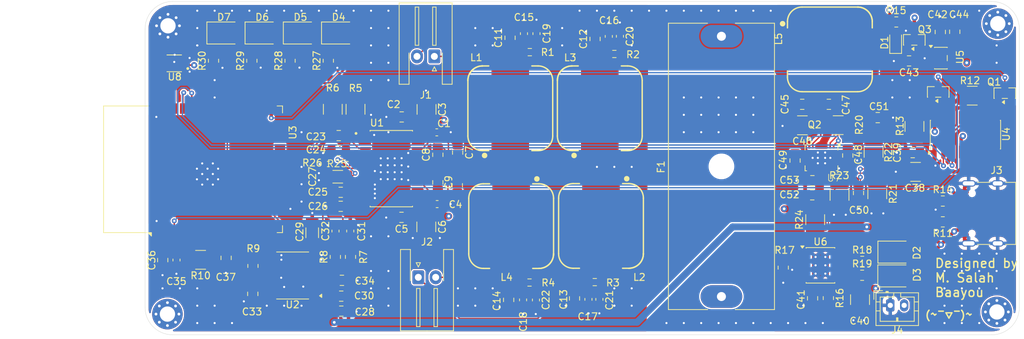
<source format=kicad_pcb>
(kicad_pcb (version 20241229) (generator "pcbnew") (generator_version "9.0")
  (layers (0 "F.Cu" signal) (4 "In1.Cu" signal) (6 "In2.Cu" signal) (2 "B.Cu" signal) (13 "F.Paste" user) (15 "B.Paste" user) (5 "F.SilkS" user "F.Silkscreen") (7 "B.SilkS" user "B.Silkscreen") (1 "F.Mask" user) (3 "B.Mask" user) (25 "Edge.Cuts" user))
  (net 0 "")
  (net 1 "+12V")
  (net 2 "GND")
  (net 3 "Net-(U1-BSPR)")
  (net 4 "Net-(U1-OUTPR)")
  (net 5 "Net-(U1-OUTNR)")
  (net 6 "Net-(U1-BSNR)")
  (net 7 "Net-(U1-BSPL)")
  (net 8 "Net-(U1-OUTPL)")
  (net 9 "Net-(U1-OUTNL)")
  (net 10 "Net-(U1-BSNL)")
  (net 11 "Net-(J1-Pin_1)")
  (net 12 "Net-(J1-Pin_2)")
  (net 13 "Net-(J2-Pin_1)")
  (net 14 "Net-(J2-Pin_2)")
  (net 15 "Net-(C19-Pad1)")
  (net 16 "Net-(C20-Pad2)")
  (net 17 "Net-(C21-Pad1)")
  (net 18 "Net-(C22-Pad1)")
  (net 19 "IN_POSITIVE_RIGHT")
  (net 20 "Net-(U1-INPR)")
  (net 21 "Net-(U1-INNR)")
  (net 22 "IN_POSITIVE_LEFT")
  (net 23 "Net-(U1-INPL)")
  (net 24 "Net-(U1-INNL)")
  (net 25 "Net-(U1-GVDD)")
  (net 26 "+3.3V")
  (net 27 "Net-(U2-CAPP)")
  (net 28 "Net-(U2-CAPM)")
  (net 29 "Net-(U2-LDOO)")
  (net 30 "Net-(U2-VNEG)")
  (net 31 "ESP_EN")
  (net 32 "V_BATT")
  (net 33 "Net-(D2-A)")
  (net 34 "Net-(D1-K)")
  (net 35 "Net-(U7-EN)")
  (net 36 "Net-(U7-SW_4)")
  (net 37 "Net-(U7-BOOT)")
  (net 38 "Net-(U7-VCC)")
  (net 39 "Net-(U7-SS)")
  (net 40 "Net-(U7-COMP)")
  (net 41 "Net-(C51-Pad1)")
  (net 42 "V_USB")
  (net 43 "Net-(D2-K)")
  (net 44 "Net-(D3-K)")
  (net 45 "Net-(D4-K)")
  (net 46 "Net-(D4-A)")
  (net 47 "Net-(D5-A)")
  (net 48 "Net-(D5-K)")
  (net 49 "Net-(D6-A)")
  (net 50 "Net-(D6-K)")
  (net 51 "Net-(D7-K)")
  (net 52 "Net-(D7-A)")
  (net 53 "Net-(J3-CC1)")
  (net 54 "/USB_DP")
  (net 55 "/USB_DN")
  (net 56 "Net-(J3-CC2)")
  (net 57 "Net-(Q1-B)")
  (net 58 "Net-(Q1-E)")
  (net 59 "ESP_IO0")
  (net 60 "Net-(Q2-B)")
  (net 61 "Net-(Q2-E)")
  (net 62 "Net-(U1-GAIN{slash}SLV)")
  (net 64 "Net-(U1-SDZ)")
  (net 65 "Net-(U1-FAULTZ)")
  (net 66 "Left{slash}Right Clock")
  (net 67 "Net-(U2-XSMT)")
  (net 68 "Data Input")
  (net 69 "Net-(U2-OUTR)")
  (net 70 "Bit Clock")
  (net 71 "Net-(U2-OUTL)")
  (net 79 "RXD0")
  (net 89 "TXD0")
  (net 102 "Net-(U6-~{CHRG})")
  (net 103 "Net-(U6-~{STDBY})")
  (net 104 "Net-(U6-PROG)")
  (net 106 "Net-(U7-ILIM)")
  (net 107 "Net-(U7-FSW)")
  (net 108 "Net-(U7-FB)")
  (net 112 "FG-SCL")
  (net 113 "FG-SDA")
  (footprint "Resistor_SMD:R_0805_2012Metric_Pad1.20x1.40mm_HandSolder" (layer "F.Cu") (at 153.1525 128.116)
    (property "Reference" "R19")
    (property "Value" "1K")
  )
  (footprint "Capacitor_SMD:C_0805_2012Metric_Pad1.18x1.45mm_HandSolder" (layer "F.Cu") (at 152.63 116.26 -90)
    (property "Reference" "C50")
    (property "Value" "0.1uF")
  )
  (footprint "Capacitor_SMD:C_1206_3216Metric_Pad1.33x1.80mm_HandSolder" (layer "F.Cu") (at 74.035 121.99 90)
    (property "Reference" "C29")
    (property "Value" "10uF")
  )
  (footprint "Package_SO:SOIC-16_3.9x9.9mm_P1.27mm" (layer "F.Cu") (at 168.02 107.8575 90)
    (property "Reference" "U4")
    (property "Value" "CH340C")
  )
  (footprint "Capacitor_SMD:C_1210_3225Metric_Pad1.33x2.70mm_HandSolder" (layer "F.Cu") (at 90.4875 104.215 90)
    (property "Reference" "C3")
    (property "Value" "220uF")
  )
  (footprint "Capacitor_SMD:C_1210_3225Metric_Pad1.33x2.70mm_HandSolder" (layer "F.Cu") (at 160.84 113.22 180)
    (property "Reference" "C38")
    (property "Value" "10uF")
  )
  (footprint "Capacitor_SMD:C_0805_2012Metric_Pad1.18x1.45mm_HandSolder" (layer "F.Cu") (at 78.2225 133.28)
    (property "Reference" "C28")
    (property "Value" "0.1uF")
  )
  (footprint "LED_SMD:LED_1210_3225Metric_Pad1.42x2.65mm_HandSolder" (layer "F.Cu") (at 72.34 93.21)
    (property "Reference" "D5")
    (property "Value" "LED")
  )
  (footprint "Capacitor_SMD:C_1206_3216Metric" (layer "F.Cu") (at 77.715 113.92 180)
    (property "Reference" "C27")
    (property "Value" "1uF")
  )
  (footprint "ICs_footprint_Library:SON50P200X200X80-9N" (layer "F.Cu") (at 54.19 97.58 180)
    (property "Reference" "U8")
    (property "Value" "MAX17048G_T10")
  )
  (footprint "Resistor_SMD:R_0805_2012Metric_Pad1.20x1.40mm_HandSolder" (layer "F.Cu") (at 164.76 120.42 180)
    (property "Reference" "R11")
    (property "Value" "5K1")
  )
  (footprint "Capacitor_SMD:C_0805_2012Metric_Pad1.18x1.45mm_HandSolder" (layer "F.Cu") (at 61.65 125.61 90)
    (property "Reference" "C37")
    (property "Value" "0.1uF")
  )
  (footprint "Capacitor_SMD:C_0805_2012Metric_Pad1.18x1.45mm_HandSolder" (layer "F.Cu") (at 94.96 110.43 -90)
    (property "Reference" "C7")
    (property "Value" "220nF")
  )
  (footprint "Capacitor_SMD:C_0603_1608Metric_Pad1.08x0.95mm_HandSolder" (layer "F.Cu") (at 92.01 117.855)
    (property "Reference" "C4")
    (property "Value" "1nF")
  )
  (footprint "Capacitor_SMD:C_0805_2012Metric_Pad1.18x1.45mm_HandSolder" (layer "F.Cu") (at 52.53 125.9275 -90)
    (property "Reference" "C36")
    (property "Value" "100nF")
  )
  (footprint "Capacitor_SMD:C_0805_2012Metric_Pad1.18x1.45mm_HandSolder" (layer "F.Cu") (at 155.4 105.4)
    (property "Reference" "C51")
    (property "Value" "0.1uF")
  )
  (footprint "MountingHole:MountingHole_2.2mm_M2_Pad_Via" (layer "F.Cu") (at 53.29 92.17)
    (property "Reference" "H4" (hide yes))
    (property "Value" "MountingHole")
  )
  (footprint "Resistor_SMD:R_0603_1608Metric_Pad0.98x0.95mm_HandSolder" (layer "F.Cu") (at 117.505 96.23 180)
    (property "Reference" "R2")
    (property "Value" "3.3R")
  )
  (footprint "LED_SMD:LED_1210_3225Metric_Pad1.42x2.65mm_HandSolder" (layer "F.Cu") (at 61.34 93.21)
    (property "Reference" "D7")
    (property "Value" "LED")
  )
  (footprint "Capacitor_SMD:C_1210_3225Metric_Pad1.33x2.70mm_HandSolder" (layer "F.Cu") (at 90.45 121.145 -90)
    (property "Reference" "C6")
    (property "Value" "220uF")
  )
  (footprint "Capacitor_SMD:C_0603_1608Metric_Pad1.08x0.95mm_HandSolder" (layer "F.Cu") (at 116.705 93.6975 90)
    (property "Reference" "C16")
    (property "Value" "1nF")
  )
  (footprint "Resistor_SMD:R_1210_3225Metric_Pad1.30x2.65mm_HandSolder" (layer "F.Cu") (at 149.705 106.485)
    (property "Reference" "R20")
    (property "Value" "255K")
  )
  (footprint "Resistor_SMD:R_0805_2012Metric_Pad1.20x1.40mm_HandSolder" (layer "F.Cu") (at 158.0675 91.62)
    (property "Reference" "R15")
    (property "Value" "5K1")
  )
  (footprint "Resistor_SMD:R_0805_2012Metric_Pad1.20x1.40mm_HandSolder" (layer "F.Cu") (at 70.8525 97.21 90)
    (property "Reference" "R28")
    (property "Value" "1K")
  )
  (footprint "Resistor_SMD:R_0805_2012Metric_Pad1.20x1.40mm_HandSolder" (layer "F.Cu") (at 164.76 117.42)
    (property "Reference" "R14")
    (property "Value" "5K1")
  )
  (footprint "Capacitor_SMD:C_0805_2012Metric_Pad1.18x1.45mm_HandSolder" (layer "F.Cu") (at 145.9975 114.485 180)
    (property "Reference" "C53")
    (property "Value" "0.1uF")
  )
  (footprint "Resistor_SMD:R_1210_3225Metric_Pad1.30x2.65mm_HandSolder" (layer "F.Cu") (at 76.9975 104.2 90)
    (property "Reference" "R6")
    (property "Value" "100KR")
  )
  (footprint "Resistor_SMD:R_0402_1005Metric" (layer "F.Cu") (at 76.36 112.09)
    (property "Reference" "R26")
    (property "Value" "20K")
  )
  (footprint "Package_TO_SOT_SMD:SOT-23" (layer "F.Cu") (at 173.6825 101.8775 90)
    (property "Reference" "Q1")
    (property "Value" "BC817")
  )
  (footprint "Connector_JST:JST_XH_S2B-XH-A-1_1x02_P2.50mm_Horizontal" (layer "F.Cu") (at 91.61 96.58 180)
    (property "Reference" "J1")
    (property "Value" "Screw_Terminal_01x02")
  )
  (footprint "Package_TO_SOT_SMD:SOT-23-5" (layer "F.Cu") (at 164.4875 96.8275)
    (property "Reference" "U5")
    (property "Value" "XC6220B331MR")
  )
  (footprint "Capacitor_SMD:C_0603_1608Metric_Pad1.08x0.95mm_HandSolder" (layer "F.Cu") (at 77.385 121.745 90)
    (property "Reference" "C32")
    (property "Value" "2.2nF")
  )
  (footprint "Capacitor_SMD:C_0603_1608Metric_Pad1.08x0.95mm_HandSolder" (layer "F.Cu") (at 118.305 93.68 -90)
    (property "Reference" "C20")
    (property "Value" "10nF")
  )
  (footprint "Capacitor_SMD:C_0603_1608Metric_Pad1.08x0.95mm_HandSolder" (layer "F.Cu") (at 104.5 93.3 90)
    (property "Reference" "C15")
    (property "Value" "1nF")
  )
  (footprint "Connector_USB:USB_C_Receptacle_Palconn_UTC16-G" (layer "F.Cu") (at 170.4115 119.201 90)
    (property "Reference" "J3")
    (property "Value" "USB_C_Receptacle_USB2.0_14P")
  )
  (footprint "Resistor_SMD:R_1210_3225Metric_Pad1.30x2.65mm_HandSolder" (layer "F.Cu") (at 155.33 116.37 -90)
    (property "Reference" "R21")
    (property "Value" "100k")
  )
  (footprint "Package_TO_SOT_SMD:SOT-23" (layer "F.Cu") (at 160.6575 94.2 90)
    (property "Reference" "Q3")
    (property "Value" "DMG2301L")
  )
  (footprint "MountingHole:MountingHole_2.2mm_M2_Pad_Via" (layer "F.Cu") (at 53.21 133.71)
    (property "Reference" "H3" (hide yes))
    (property "Value" "MountingHole")
  )
  (footprint "Resistor_SMD:R_0603_1608Metric_Pad0.98x0.95mm_HandSolder" (layer "F.Cu") (at 105.3425 95.9675)
    (property "Reference" "R1")
    (property "Value" "3.3R")
  )
  (footprint "Resistor_SMD:R_1210_3225Metric_Pad1.30x2.65mm_HandSolder" (layer "F.Cu") (at 146.4 120.1 90)
    (property "Reference" "R24")
    (property "Value" "470K")
  )
  (footprint "Capacitor_SMD:C_0603_1608Metric_Pad1.08x0.95mm_HandSolder" (layer "F.Cu") (at 91.96 107.525)
    (property "Reference" "C1")
    (property "Value" "1nF")
  )
  (footprint "MountingHole:MountingHole_2.2mm_M2_Pad_Via" (layer "F.Cu") (at 172.54 133.4)
    (property "Reference" "H2" (hide yes))
    (property "Value" "MountingHole")
  )
  (footprint "Diode_SMD:D_SOD-323" (layer "F.Cu") (at 157.9775 94.54 90)
    (property "Reference" "D1")
    (property "Value" "BAT60A")
  )
  (footprint "Capacitor_SMD:C_0805_2012Metric_Pad1.18x1.45mm_HandSolder" (layer "F.Cu") (at 146.0225 131.436 -90)
    (property "Reference" "C41")
    (property "Value" "0.1uF")
  )
  (footprint "Capacitor_SMD:C_0603_1608Metric_Pad1.08x0.95mm_HandSolder" (layer "F.Cu") (at 115.35 131.585 -90)
    (property "Reference" "C21")
    (property "Value" "10nF")
  )
  (footprint "Resistor_SMD:R_0805_2012Metric_Pad1.20x1.40mm_HandSolder" (layer "F.Cu") (at 65.51 126.77 -90)
    (property "Reference" "R9")
    (property "Value" "470R")
  )
  (footprint "Capacitor_SMD:C_0805_2012Metric_Pad1.18x1.45mm_HandSolder" (layer "F.Cu") (at 159.90375 97.23 180)
    (property "Reference" "C43")
    (property "Value" "1uF")
  )
  (footprint "Capacitor_SMD:C_0805_2012Metric_Pad1.18x1.45mm_HandSolder" (layer "F.Cu") (at 78.1375 116.16)
    (property "Reference" "C25")
    (property "Value" "1uF")
  )
  (footprint "ICs_footprint_Library:WE-PD_1260" (layer "F.Cu") (at 102.535 104.055)
    (property "Reference" "L1")
    (property "Value" "10uH")
  )
  (footprint "ICs_footprint_Library:WE-PD_1260" (layer "F.Cu") (at 115.41 104.055)
    (property "Reference" "L3")
    (property "Value" "10uH")
  )
  (footprint "ICs_footprint_Library:WE-PD_1260" (layer "F.Cu") (at 102.66 121.03 180)
    (property "Reference" "L4")
    (property "Value" "10uH")
  )
  (footprint "Resistor_SMD:R_1210_3225Metric_Pad1.30x2.65mm_HandSolder" (layer "F.Cu") (at 80.2675 104.2 90)
    (property "Reference" "R5")
    (property "Value" "100KR")
  )
  (footprint "Capacitor_SMD:C_0805_2012Metric_Pad1.18x1.45mm_HandSolder" (layer "F.Cu") (at 166.4775 93.0325 90)
    (property "Reference" "C44")
    (property "Value" "0.1uF")
  )
  (footprint "Resistor_SMD:R_1210_3225Metric_Pad1.30x2.65mm_HandSolder" (layer "F.Cu") (at 154.8 110.4 90)
    (property "Reference" "R22")
    (property "Value" "49.9K")
  )
  (footprint "Capacitor_SMD:C_0805_2012Metric_Pad1.18x1.45mm_HandSolder" (layer "F.Cu") (at 86.91 105.305 180)
    (property "Reference" "C2")
    (property "Value" "100nF")
  )
  (footprint "Capacitor_SMD:C_0805_2012Metric_Pad1.18x1.45mm_HandSolder" (layer "F.Cu") (at 92.11 114.7225 -90)
    (property "Reference" "C9")
    (property "Value" "220nF")
  )
  (footprint "LED_SMD:LED_1210_3225Metric_Pad1.42x2.65mm_HandSolder" (layer "F.Cu") (at 66.84 93.21)
    (property "Reference" "D6")
    (property "Value" "LED")
  )
  (footprint "Capacitor_SMD:C_1210_3225Metric_Pad1.33x2.70mm_HandSolder" (layer "F.Cu") (at 144.555 106.505 180)
    (property "Reference" "C46")
    (property "Value" "10uF")
  )
  (footprint "Resistor_SMD:R_0805_2012Metric_Pad1.20x1.40mm_HandSolder" (layer "F.Cu") (at 79.5475 125.47 90)
    (property "Reference" "R7")
    (property "Value" "470R")
  )
  (footprint "Capacitor_SMD:C_0805_2012Metric_Pad1.18x1.45mm_HandSolder" (layer "F.Cu") (at 164.3975 93.0625 90)
    (property "Reference" "C42")
    (property "Value" "0.1uF")
  )
  (footprint "Capacitor_SMD:C_0603_1608Metric_Pad1.08x0.95mm_HandSolder" (layer "F.Cu") (at 106.3 93.3 90)
    (property "Reference" "C19")
    (property "Value" "10nF")
  )
  (footprint "Capacitor_SMD:C_0603_1608Metric_Pad1.08x0.95mm_HandSolder" (layer "F.Cu") (at 106.225 131.675 -90)
    (property "Reference" "C22")
    (property "Value" "10nF")
  )
  (footprint "Capacitor_SMD:C_0805_2012Metric_Pad1.18x1.45mm_HandSolder" (layer "F.Cu") (at 78.21 131.12 180)
    (property "Reference" "C30")
    (property "Value" "2.2uF")
  )
  (footprint "LED_SMD:LED_1210_3225Metric_Pad1.42x2.65mm_HandSolder" (layer "F.Cu") (at 157.88 124.776)
    (property "Reference" "D2")
    (property "Value" "LED")
  )
  (footprint "Capacitor_SMD:C_0805_2012Metric_Pad1.18x1.45mm_HandSolder" (layer "F.Cu") (at 102.3 131.6625 -90)
    (property "Reference" "C14")
    (property "Value" "680nF")
  )
  (footprint "Capacitor_SMD:C_0805_2012Metric_Pad1.18x1.45mm_HandSolder" (layer "F.Cu") (at 144.5325 103.485 180)
    (property "Reference" "C45")
    (property "Value" "0.1uF")
  )
  (footprint "ICs_footprint_Library:VQFN-20" (layer "F.Cu") (at 147.305 111.205 -90)
    (property "Reference" "U7")
    (property "Value" "TPS61088RHLR" (hide yes))
  )
  (footprint "Capacitor_SMD:C_0603_1608Metric_Pad1.08x0.95mm_HandSolder" (layer "F.Cu") (at 113.775 131.585 -90)
    (property "Reference" "C17")
    (property "Value" "1nF")
  )
  (footprint "Resistor_SMD:R_0805_2012Metric_Pad1.20x1.40mm_HandSolder" (layer "F.Cu") (at 77.3625 125.47 90)
    (property "Reference" "R8")
    (property "Value" "470R")
  )
  (footprint "Capacitor_SMD:C_0805_2012Metric_Pad1.18x1.45mm_HandSolder" (layer "F.Cu") (at 92.11 110.755 90)
    (property "Reference" "C8")
    (property "Value" "220nF")
  )
  (footprint "Fuse:Fuseholder_Cylinder-6.3x32mm_Schurter_0031-8002_Horizontal_Open" (layer "F.Cu") (at 132.91 93.68 -90)
    (property "Reference" "F1")
    (property "Value" "15A")
  )
  (footprint "Resistor_SMD:R_1210_3225Metric_Pad1.30x2.65mm_HandSolder" (layer "F.Cu") (at 168.9925 102.2375)
    (property "Reference" "R12")
    (property "Value" "10K")
  )
  (footprint "Package_TO_SOT_SMD:SOT-23" (layer "F.Cu") (at 164.1 101.6975 90)
    (property "Reference" "Q2")
    (property "Value" "BC817")
  )
  (footprint "Capacitor_SMD:C_0603_1608Metric_Pad1.08x0.95mm_HandSolder" (layer "F.Cu") (at 79.51 121.745 90)
    (property "Reference" "C31")
    (property "Value" "2.2nF")
  )
  (footprint "Capacitor_SMD:C_0805_2012Metric_Pad1.18x1.45mm_HandSolder" (layer "F.Cu") (at 77.85 110.14)
    (property "Reference" "C24")
    (property "Value" "1uF")
  )
  (footprint "Resistor_SMD:R_0805_2012Metric_Pad1.20x1.40mm_HandSolder" (layer "F.Cu") (at 76.3525 97.21 90)
    (property "Reference" "R27")
    (property "Value" "1K")
  )
  (footprint "Capacitor_SMD:C_0805_2012Metric_Pad1.18x1.45mm_HandSolder" (layer "F.Cu") (at 111.775 131.4475 -90)
    (property "Reference" "C13")
    (property "Value" "680nF")
  )
  (footprint "Resistor_SMD:R_0805_2012Metric_Pad1.20x1.40mm_HandSolder" (layer "F.Cu") (at 59.84 97.21 90)
    (property "Reference" "R30")
    (property "Value" "1K")
  )
  (footprint "Capacitor_SMD:C_0805_2012Metric_Pad1.18x1.45mm_HandSolder" (layer "F.Cu") (at 151.085 110.855 90)
    (property "Reference" "C48")
    (property "Value" "3.3uF")
  )
  (footprint "ICs_footprint_Library:WE-PD_1260" (layer "F.Cu") (at 115.585 121.005 180)
    (property "Reference" "L2")
    (property "Value" "10uH")
  )
  (footprint "Resistor_SMD:R_0805_2012Metric_Pad1.20x1.40mm_HandSolder" (layer "F.Cu") (at 153.1625 126.116)
    (property "Reference" "R18")
    (property "Value" "1K")
  )
  (footprint "Capacitor_SMD:C_0805_2012Metric_Pad1.18x1.45mm_HandSolder" (layer "F.Cu") (at 86.8825 119.77 180)
    (property "Reference" "C5")
    (property "Value" "100nF")
  )
  (footprint "Package_SO:SOIC-8-1EP_3.9x4.9mm_P1.27mm_EP2.41x3.3mm_ThermalVias" (layer "F.Cu") (at 147.1575 126.681)
    (property "Reference" "U6")
    (property "Value" "TP4056")
  )
  (footprint "Capacitor_SMD:C_0805_2012Metric_Pad1.18x1.45mm_HandSolder" (layer "F.Cu") (at 145.975 116.525 180)
    (property "Reference" "C52")
    (property "Value" "0.1uF")
  )
  (footprint "Resistor_SMD:R_1210_3225Metric_Pad1.30x2.65mm_HandSolder" (layer "F.Cu") (at 149.9 116.6 -90)
    (property "Reference" "R23")
    (property "Value" "56K")
  )
  (footprint "Resistor_SMD:R_0603_1608Metric_Pad0.98x0.95mm_HandSolder" (layer "F.Cu") (at 105.3 129.1625 180)
    (property "Reference" "R4")
    (property "Value" "3.3R")
  )
  (footprint "Capacitor_SMD:C_0805_2012Metric_Pad1.18x1.45mm_HandSolder" (layer "F.Cu") (at 78.1375 118.18)
    (property "Reference" "C26")
    (property "Value" "1uF")
  )
  (footprint "Capacitor_SMD:C_0805_2012Metric_Pad1.18x1.45mm_HandSolder" (layer "F.Cu") (at 143.505 111.585 -90)
    (property "Reference" "C49")
    (property "Value" "0.1uF")
  )
  (footprint "Capacitor_SMD:C_0805_2012Metric_Pad1.18x1.45mm_HandSolder" (layer "F.Cu") (at 94.91 115.155 90)
    (property "Reference" "C10" (hide yes))
    (property "Value" "220nF")
  )
  (footprint "Connector_JST:JST_PH_B2B-PH-K_1x02_P2.00mm_Vertical" (layer "F.Cu") (at 157.2 132.45)
    (property "Reference" "J4")
    (property "Value" "Screw_Terminal_01x02")
  )
  (footprint "Resistor_SMD:R_1210_3225Metric_Pad1.30x2.65mm_HandSolder" (layer "F.Cu") (at 160.68 106.6675 90)
    (property "Reference" "R13")
    (property "Value" "10K")
  )
  (footprint "Capacitor_SMD:C_0603_1608Metric_Pad1.08x0.95mm_HandSolder" (layer "F.Cu") (at 54.51 125.92 -90)
    (property "Reference" "C35")
    (property "Value" "1nF")
  )
  (footprint "Resistor_SMD:R_0805_2012Metric_Pad1.20x1.40mm_HandSolder" (layer "F.Cu") (at 141.8025 127.016 90)
    (property "Reference" "R17")
    (property "Value" "1.2K")
  )
  (footprint "Resistor_SMD:R_1210_3225Metric_Pad1.30x2.65mm_HandSolder" (layer "F.Cu") (at 57.98 125.89 180)
    (property "Reference" "R10")
    (property "Value" "10KR")
  )
  (footprint "Resistor_SMD:R_0603_1608Metric_Pad0.98x0.95mm_HandSolder" (layer "F.Cu") (at 114.6875 129.1 180)
    (property "Reference" "R3")
    (property "Value" "3.3R")
  )
  (footprint "Resistor_SMD:R_0805_2012Metric_Pad1.20x1.40mm_HandSolder" (layer "F.Cu") (at 148.2925 131.406 -90)
    (property "Reference" "R16")
    (property "Value" "0.4")
  )
  (footprint "Connector_JST:JST_XH_S2B-XH-A-1_1x02_P2.50mm_Horizontal" (layer "F.Cu") (at 89.3 128.41)
    (property "Reference" "J2")
    (property "Value" "Screw_Terminal_01x02")
  )
  (footprint "Resistor_SMD:R_0402_1005Metric" (layer "F.Cu") (at 79.08 112.09)
    (property "Reference" "R25")
    (property "Value" "100K")
  )
  (footprint "Resistor_SMD:R_0805_2012Metric_Pad1.20x1.40mm_HandSolder" (layer "F.Cu") (at 65.3525 97.21 90)
    (property "Reference" "R29")
    (property "Value" "1K")
  )
  (footprint "Capacitor_SMD:C_0805_2012Metric_Pad1.18x1.45mm_HandSolder" (layer "F.Cu") (at 148.365 103.485 180)
    (property "Reference" "C47")
    (property "Value" "0.1uF")
  )
  (footprint "Package_SO:TSSOP-20_4.4x6.5mm_P0.65mm" (layer "F.Cu") (at 71.2225 128.145 180)
    (property "Reference" "U2")
    (property "Value" "PCM5100")
  )
  (footprint "Capacitor_SMD:C_0805_2012Metric_Pad1.18x1.45mm_HandSolder" (layer "F.Cu") (at 77.85 107.99)
    (property "Reference" "C23")
    (property "Value" "1uF")
  )
  (footprint "LED_SMD:LED_1210_3225Metric_Pad1.42x2.65mm_HandSolder" (layer "F.Cu") (at 157.865 128.206)
    (property "Reference" "D3")
    (property "Value" "LED")
  )
  (footprint "ICs_footprint_Library:WE-PD_1260" (layer "F.Cu") (at 148.51 95.57 -90)
    (property "Reference" "L5")
    (property "Value" "1.2uH")
  )
  (footprint "LED_SMD:LED_1210_3225Metric_Pad1.42x2.65mm_HandSolder" (layer "F.Cu") (at 77.84 93.21)
    (property "Reference" "D4")
    (property "Value" "LED")
  )
  (footprint "MountingHole:MountingHole_2.2mm_M2_Pad_Via" (layer "F.Cu") (at 172.67 91.86)
    (property "Reference" "H1" (hide yes))
    (property "Value" "MountingHole")
  )
  (footprint "RF_Module:ESP32-WROOM-32" (layer "F.Cu") (at 59.885 112.845 90)
    (property "Reference" "U3")
    (property "Value" "ESP32-WROOM-32")
  )
  (footprint "Capacitor_SMD:C_0603_1608Metric_Pad1.08x0.95mm_HandSolder" (layer "F.Cu") (at 104.375 131.6625 -90)
    (property "Reference" "C18")
    (property "Value" "1nF")
  )
  (footprint "Capacitor_SMD:C_0805_2012Metric_Pad1.18x1.45mm_HandSolder" (layer "F.Cu") (at 102.5 93.9 90)
    (property "Reference" "C11")
    (property "Value" "680nF")
  )
  (footprint "Capacitor_SMD:C_0805_2012Metric_Pad1.18x1.45mm_HandSolder" (layer "F.Cu") (at 65.485 130.795 -90)
    (property "Reference" "C33")
    (property "Value" "0.1uF")
  )
  (footprint "ICs_footprint_Library:SOP65P810X115-33N" (layer "F.Cu") (at 85.42 112.755)
    (property "Reference" "U1")
    (property "Value" "TPA3116D2")
  )
  (footprint "Capacitor_SMD:C_1210_3225Metric_Pad1.33x2.70mm_HandSolder" (layer "F.Cu") (at 152.8525 131.626 -90)
    (property "Reference" "C40")
    (property "Value" "10uF")
  )
  (footprint "Capacitor_SMD:C_0805_2012Metric_Pad1.18x1.45mm_HandSolder" (layer "F.Cu") (at 114.73 94.0675 90)
    (property "Reference" "C12")
    (property "Value" "680nF")
  )
  (footprint "Capacitor_SMD:C_0805_2012Metric_Pad1.18x1.45mm_HandSolder" (layer "F.Cu") (at 78.31 128.845)
    (property "Reference" "C34")
    (property "Value" "2.2uF")
  )
  (footprint "Capacitor_SMD:C_0805_2012Metric_Pad1.18x1.45mm_HandSolder" (layer "F.Cu") (at 160.43 110.4475 180)
    (property "Reference" "C39")
    (property "Value" "0.1uF")
  )
  (gr_arc (start 49.99 92.63) (mid 51.149857 89.829857) (end 53.95 88.67) (stroke (width 0.05)) (layer "Edge.Cuts"))
  (gr_line (start 171.81 136.69) (end 53.95 136.69) (stroke (width 0.05)) (layer "Edge.Cuts"))
  (gr_arc (start 171.81 88.67) (mid 174.610143 89.829857) (end 175.77 92.63) (stroke (width 0.05)) (layer "Edge.Cuts"))
  (gr_line (start 53.95 88.67) (end 171.81 88.6692) (stroke (width 0.05)) (layer "Edge.Cuts"))
  (gr_arc (start 53.95 136.69) (mid 51.149857 135.530143) (end 49.99 132.73) (stroke (width 0.05)) (layer "Edge.Cuts"))
  (gr_arc (start 175.77 132.73) (mid 174.610143 135.530143) (end 171.81 136.69) (stroke (width 0.05)) (layer "Edge.Cuts"))
  (gr_line (start 49.99 92.63) (end 49.99 132.73) (stroke (width 0.05)) (layer "Edge.Cuts"))
  (gr_line (start 175.77 132.73) (end 175.77 92.63) (stroke (width 0.05)) (layer "Edge.Cuts"))
  (gr_text "(〜￣▽￣)〜" (at 162.13 134.42 0) (layer "F.SilkS") (effects (font (size 1 1) (thickness 0.2) (bold yes)) (justify left bottom)))
  (gr_text "Designed by\nM. Salah\nBaayou" (at 163.52 131.34 0) (layer "F.SilkS") (effects (font (size 1.3 1.3) (thickness 0.2) (bold yes)) (justify left bottom)))
  (segment (start 90.4875 105.7775) (end 88.42 105.7775) (width 1) (layer "F.Cu") (net 1))
  (segment (start 87.64 108.53) (end 87.46 108.35) (width 0.3) (layer "F.Cu") (net 1))
  (segment (start 87.46 108.01) (end 87.59 107.88) (width 0.3) (layer "F.Cu") (net 1))
  (segment (start 141.94 118.55) (end 141.93 118.54) (width 1) (layer "F.Cu") (net 1))
  (segment (start 89.14 118.2725) (end 90.45 119.5825) (width 0.5) (layer "F.Cu") (net 1))
  (segment (start 80.2675 102.65) (end 86.215 102.65) (width 1) (layer "F.Cu") (net 1))
  (segment (start 91.095 107.03) (end 91.1 107.03) (width 1) (layer "F.Cu") (net 1))
  (segment (start 87.46 108.35) (end 87.46 108.01) (width 0.3) (layer "F.Cu") (net 1))
  (segment (start 90.45 119.5825) (end 88.1075 119.5825) (width 1) (layer "F.Cu") (net 1))
  (segment (start 93.68 119.6) (end 90.4675 119.6) (width 1) (layer "F.Cu") (net 1))
  (segment (start 146.4 118.55) (end 141.94 118.55) (width 1) (layer "F.Cu") (net 1))
  (segment (start 90.2725 116.98) (end 91.1475 117.855) (width 0.5) (layer "F.Cu") (net 1))
  (segment (start 89.14 117.63) (end 89.14 118.2725) (width 0.5) (layer "F.Cu") (net 1))
  (segment (start 90.495 105.77) (end 90.4875 105.7775) (width 1) (layer "F.Cu") (net 1))
  (segment (start 87.53 117.18) (end 87.73 116.98) (width 0.5) (layer "F.Cu") (net 1))
  (segment (start 91.1475 117.855) (end 91.1475 118.885) (width 1) (layer "F.Cu") (net 1))
  (segment (start 89.14 108.53) (end 87.64 108.53) (width 0.3) (layer "F.Cu") (net 1))
  (segment (start 91.1475 118.885) (end 90.45 119.5825) (width 1) (layer "F.Cu") (net 1))
  (segment (start 89.14 116.98) (end 90.2725 116.98) (width 0.5) (layer "F.Cu") (net 1))
  (segment (start 90.4875 106.4225) (end 91.095 107.03) (width 1) (layer "F.Cu") (net 1))
  (segment (start 88.1075 119.5825) (end 87.92 119.77) (width 1) (layer "F.Cu") (net 1))
  (segment (start 90.02219 108.53) (end 91.02719 107.525) (width 0.3) (layer "F.Cu") (net 1))
  (segment (start 89.14 117.63) (end 87.66 117.63) (width 0.5) (layer "F.Cu") (net 1))
  (segment (start 87.73 116.98) (end 89.14 116.98) (width 0.5) (layer "F.Cu") (net 1))
  (segment (start 76.9975 102.65) (end 80.2675 102.65) (width 1) (layer "F.Cu") (net 1))
  (segment (start 91.02719 107.525) (end 91.0975 107.525) (width 0.3) (layer "F.Cu") (net 1))
  (segment (start 93 105.77) (end 90.495 105.77) (width 1) (layer "F.Cu") (net 1))
  (segment (start 88.42 105.7775) (end 87.9475 105.305) (width 1) (layer "F.Cu") (net 1))
  (segment (start 89.14 116.33) (end 89.14 117.63) (width 0.3) (layer "F.Cu") (net 1))
  (segment (start 90.4675 119.6) (end 90.45 119.5825) (width 1) (layer "F.Cu") (net 1))
  (segment (start 91.1 107.03) (end 91.1 107.5) (width 1) (layer "F.Cu") (net 1))
  (segment (start 87.59 107.88) (end 89.14 107.88) (width 0.3) (layer "F.Cu") (net 1))
  (segment (start 90.03 107.88) (end 90.39 107.52) (width 0.3) (layer "F.Cu") (net 1))
  (segment (start 87.53 117.5) (end 87.53 117.18) (width 0.5) (layer "F.Cu") (net 1))
  (segment (start 90.39 107.52) (end 90.395 107.525) (width 0.3) (layer "F.Cu") (net 1))
  (segment (start 87.66 117.63) (end 87.53 117.5) (width 0.5) (layer "F.Cu") (net 1))
  (segment (start 90.395 107.525) (end 91.0975 107.525) (width 0.3) (layer "F.Cu") (net 1))
  (segment (start 89.14 108.53) (end 90.02219 108.53) (width 0.3) (layer "F.Cu") (net 1))
  (segment (start 87.9475 104.58) (end 87.9475 105.305) (width 1) (layer "F.Cu") (net 1))
  (segment (start 89.14 107.88) (end 90.03 107.88) (width 0.3) (layer "F.Cu") (net 1))
  (segment (start 90.4875 105.7775) (end 90.4875 106.4225) (width 1) (layer "F.Cu") (net 1))
  (segment (start 89.95 119.77) (end 90.3925 119.3275) (width 0.2) (layer "F.Cu") (net 1))
  (segment (start 91.1 107.5) (end 91.0975 107.5) (width 1) (layer "F.Cu") (net 1))
  (segment (start 86.3575 102.99) (end 87.9475 104.58) (width 1) (layer "F.Cu") (net 1))
  (via (at 93 105.77) (size 0.9) (drill 0.4) (layers "F.Cu" "B.Cu") (net 1))
  (via (at 93.68 119.6) (size 0.9) (drill 0.4) (layers "F.Cu" "B.Cu") (net 1))
  (via (at 141.93 118.54) (size 0.9) (drill 0.4) (layers "F.Cu" "B.Cu") (net 1))
  (segment (start 61.625 127.775) (end 61.625 126.6725) (width 0.5) (layer "F.Cu") (net 2))
  (segment (start 113.4 93) (end 114.5675 93) (width 0.5) (layer "F.Cu") (net 2))
  (segment (start 151.4175 111.56) (end 151.085 111.8925) (width 0.5) (layer "F.Cu") (net 2))
  (segment (start 166.45 90.8325) (end 166.45 92) (width 0.5) (layer "F.Cu") (net 2))
  (segment (start 150.2575 112.72) (end 151.085 111.8925) (width 0.5) (layer "F.Cu") (net 2))
  (segment (start 69.6 125.875) (end 68.42 125.875) (width 0.3) (layer "F.Cu") (net 2))
  (segment (start 74.035 119.165) (end 74.05 119.15) (width 0.5) (layer "F.Cu") (net 2))
  (segment (start 52.5 128.1) (end 52.5 126.995) (width 0.5) (layer "F.Cu") (net 2))
  (segment (start 152.44 111.56) (end 151.4175 111.56) (width 0.5) (layer "F.Cu") (net 2))
  (segment (start 51.635 120.315) (end 51.635 120.7) (width 0.5) (layer "F.Cu") (net 2))
  (segment (start 74.05 119.15) (end 74.05 120.33) (width 0.5) (layer "F.Cu") (net 2))
  (segment (start 66.29013 131.8325) (end 65.485 131.8325) (width 0.2) (layer "F.Cu") (net 2))
  (segment (start 51.61 105.3) (end 51.625 105.285) (width 0.2) (layer "F.Cu") (net 2))
  (segment (start 143.7 116.5) (end 144.9125 116.5) (width 0.5) (layer "F.Cu") (net 2))
  (segment (start 75.735 114.425) (end 76.24 113.92) (width 0.5) (layer "F.Cu") (net 2))
  (segment (start 92.8775 117.85) (end 92.8725 117.855) (width 0.5) (layer "F.Cu") (net 2))
  (segment (start 68.36 130.42) (end 67.70263 130.42) (width 0.2) (layer "F.Cu") (net 2))
  (segment (start 150.8 119.05) (end 149.9 118.15) (width 0.5) (layer "F.Cu") (net 2))
  (segment (start 52.788514 96.36) (end 52.549 96.599514) (width 0.15) (layer "F.Cu") (net 2))
  (segment (start 87.85 110.5) (end 89.12 110.5) (width 0.3) (layer "F.Cu") (net 2))
  (segment (start 110.5 132.5) (end 111.6675 132.5) (width 0.5) (layer "F.Cu") (net 2))
  (segment (start 69.675 130.425) (end 68.47 130.425) (width 0.3) (layer "F.Cu") (net 2))
  (segment (start 162.15 96.85) (end 163.3175 96.85) (width 0.5) (layer "F.Cu") (net 2))
  (segment (start 92.4 122.75) (end 90.4925 122.75) (width 0.5) (layer "F.Cu") (net 2))
  (segment (start 79.3475 128.845) (end 80.52 128.845) (width 0.5) (layer "F.Cu") (net 2))
  (segment (start 56.375 96.83) (end 56.395 96.81) (width 0.3) (layer "F.Cu") (net 2))
  (segment (start 69.395 118.555) (end 70.895 118.555) (width 0.5) (layer "F.Cu") (net 2))
  (segment (start 159.45 92.88) (end 159.45 92.0025) (width 0.5) (layer "F.Cu") (net 2))
  (segment (start 70.9 118.55) (end 69.72 118.55) (width 0.5) (layer "F.Cu") (net 2))
  (segment (start 141.7475 106.565) (end 142.915 106.565) (width 0.5) (layer "F.Cu") (net 2))
  (segment (start 85.8675 105.3) (end 85.8725 105.305) (width 0.5) (layer "F.Cu") (net 2))
  (segment (start 72.75 129.75) (end 73.93 129.75) (width 0.3) (layer "F.Cu") (net 2))
  (segment (start 149.1 118.95) (end 149.9 118.15) (width 0.5) (layer "F.Cu") (net 2))
  (segment (start 144.6725 127.326) (end 144.6825 127.316) (width 0.5) (layer "F.Cu") (net 2))
  (segment (start 77.65 98.225) (end 76.3675 98.225) (width 0.5) (layer "F.Cu") (net 2))
  (segment (start 64.2 131.875) (end 65.4425 131.875) (width 0.5) (layer "F.Cu") (net 2))
  (segment (start 81.7 116.98) (end 83.03 116.98) (width 0.3) (layer "F.Cu") (net 2))
  (segment (start 151.0225 111.955) (end 151.085 111.8925) (width 0.2) (layer "F.Cu") (net 2))
  (segment (start 81.7 115.03) (end 83.03 115.03) (width 0.3) (layer "F.Cu") (net 2))
  (segment (start 75 114.425) (end 75.735 114.425) (width 0.5) (layer "F.Cu") (net 2))
  (segment (start 104.5 91.3) (end 104.5 92.4675) (width 0.5) (layer "F.Cu") (net 2))
  (segment (start 149.455 112.345) (end 149.83 112.72) (width 0.2) (layer "F.Cu") (net 2))
  (segment (start 143.495 106.0025) (end 142.9925 106.505) (width 0.2) (layer "F.Cu") (net 2))
  (segment (start 79.33 133.35) (end 79.26 133.28) (width 0.5) (layer "F.Cu") (net 2))
  (segment (start 83.05 116.35) (end 81.72 116.35) (width 0.3) (layer "F.Cu") (net 2))
  (segment (start 83.03 116.98) (end 83.05 117) (width 0.3) (layer "F.Cu") (net 2))
  (segment (start 79.4225 128.47) (end 79.4975 128.545) (width 0.2) (layer "F.Cu") (net 2))
  (segment (start 152.7 117.3675) (end 152.63 117.2975) (width 0.5) (layer "F.Cu") (net 2))
  (segment (start 80.65 120.9) (end 79.47 120.9) (width 0.5) (layer "F.Cu") (net 2))
  (segment (start 118.3 91.7) (end 118.3 92.8675) (width 0.5) (layer "F.Cu") (net 2))
  (segment (start 106.3 91.3) (end 106.3 92.4675) (width 0.5) (layer "F.Cu") (net 2))
  (segment (start 167.9015 122.941) (end 168.4815 123.521) (width 0.5) (layer "F.Cu") (net 2))
  (segment (start 55.175 96.83) (end 56.375 96.83) (width 0.2) (layer "F.Cu") (net 2))
  (segment (start 59.855 98.225) (end 59.84 98.21) (width 0.5) (layer "F.Cu") (net 2))
  (segment (start 163.77 121.64) (end 163.77 120.4725) (width 0.5) (layer "F.Cu") (net 2))
  (segment (start 68.36 128.47) (end 69.097499 128.47) (width 0.2) (layer "F.Cu") (net 2))
  (segment (start 113.8 133.6) (end 113.8 132.4325) (width 0.5) (layer "F.Cu") (net 2))
  (segment (start 89.12 112.45) (end 89.14 112.43) (width 0.3) (layer "F.Cu") (net 2))
  (segment (start 74.09 125.875) (end 74.085 125.87) (width 0.3) (layer "F.Cu") (net 2))
  (segment (start 143.495 103.485) (end 143.495 106.0025) (width 0.2) (layer "F.Cu") (net 2))
  (segment (start 144.9125 116.5) (end 144.9375 116.525) (width 0.5) (layer "F.Cu") (net 2))
  (segment (start 70 129.8) (end 70 130.1) (width 0.3) (layer "F.Cu") (net 2))
  (segment (start 51.625 105.285) (end 51.625 104.9) (width 0.5) (layer "F.Cu") (net 2))
  (segment (start 142.1575 112.605) (end 143.325 112.605) (width 0.5) (layer "F.Cu") (net 2))
  (segment (start 149.455 111.955) (end 149.455 112.345) (width 0.2) (layer "F.Cu") (net 2))
  (segment (start 51.635 121.595) (end 51.635 120.7) (width 0.5) (layer "F.Cu") (net 2))
  (segment (start 153.4 133.736) (end 152.8525 133.1885) (width 0.5) (layer "F.Cu") (net 2))
  (segment (start 75.09 112.09) (end 75.85 112.09) (width 0.5) (layer "F.Cu") (net 2))
  (segment (start 167.9015 116.001) (end 167.9015 115.461) (width 0.5) (layer "F.Cu") (net 2))
  (segment (start 75 113.4) (end 75.72 113.4) (width 0.5) (layer "F.Cu") (net 2))
  (segment (start 157.71625 97.25) (end 158.88375 97.25) (width 0.5) (layer "F.Cu") (net 2))
  (segment (start 72.2 98.2) (end 70.8625 98.2) (width 0.5) (layer "F.Cu") (net 2))
  (segment (start 74.035 120.4275) (end 74.035 119.165) (width 0.5) (layer "F.Cu") (net 2))
  (segment (start 152.7 118.5) (end 152.7 117.3675) (width 0.5) (layer "F.Cu") (net 2))
  (segment (start 90.4075 122.75) (end 90.45 122.7075) (width 0.5) (layer "F.Cu") (net 2))
  (segment (start 70.895 118.555) (end 70.9 118.55) (width 0.5) (layer "F.Cu") (net 2))
  (segment (start 51.635 121.595) (end 51.474 121.756) (width 0.2) (layer "F.Cu") (net 2))
  (segment (start 81.7 115.68) (end 83.03 115.68) (width 0.3) (layer "F.Cu") (net 2))
  (segment (start 93.95 117.85) (end 92.8775 117.85) (width 0.5) (layer "F.Cu") (net 2))
  (segment (start 156.2 119.2) (end 156.2 118.79) (width 0.5) (layer "F.Cu") (net 2))
  (segment (start 75.59 110.51) (end 76.77 110.51) (width 0.5) (layer "F.Cu") (net 2))
  (segment (start 87.85 114.4) (end 89.12 114.4) (width 0.3) (layer "F.Cu") (net 2))
  (segment (start 81.72 116.35) (end 81.7 116.33) (width 0.3) (layer "F.Cu") (net 2))
  (segment (start 69.3985 128.771001) (end 69.3985 130.33687) (width 0.2) (layer "F.Cu") (net 2))
  (segment (start 90.4 101.5) (end 90.4 102.6675) (width 0.5) (layer "F.Cu") (net 2))
  (segment (start 116.7 91.7) (end 116.7 92.8675) (width 0.5) (layer "F.Cu") (net 2))
  (segment (start 88.5 122.75) (end 90.4075 122.75) (width 0.5) (layer "F.Cu") (net 2))
  (segment (start 69.097499 128.47) (end 69.3985 128.771001) (width 0.2) (layer "F.Cu") (net 2))
  (segment (start 55.95 98.33) (end 56.4 98.78) (width 0.2) (layer "F.Cu") (net 2))
  (segment (start 83.03 115.03) (end 83.05 115.05) (width 0.3) (layer "F.Cu") (net 2))
  (segment (start 70.8625 98.2) (end 70.8525 98.21) (width 0.5) (layer "F.Cu") (net 2))
  (segment (start 84.6825 119.8) (end 85.85 119.8) (width 0.5) (layer "F.Cu") (net 2))
  (segment (start 75.375 125.225) (end 74.09 125.225) (width 0.3) (layer "F.Cu") (net 2))
  (segment (start 76.25 120.9) (end 77.43 120.9) (width 0.5) (layer "F.Cu") (net 2))
  (segment (start 154.5 118.75) (end 155.33 117.92) (width 0.5) (layer "F.Cu") (net 2))
  (segment (start 158 113.2) (end 159.1675 113.2) (width 0.5) (layer "F.Cu") (net 2))
  (segment (start 81.7 113.08) (end 83.03 113.08) (width 0.3) (layer "F.Cu") (net 2))
  (segment (start 144.945 114.5) (end 144.96 114.485) (width 0.3) (layer "F.Cu") (net 2))
  (segment (start 65.3625 98.2) (end 65.3525 98.21) (width 0.5) (layer "F.Cu") (net 2))
  (segment (start 150.8 119.4) (end 150.8 119.05) (width 0.5) (layer "F.Cu") (net 2))
  (segment (start 65.4425 131.875) (end 65.485 131.8325) (width 0.5) (layer "F.Cu") (net 2))
  (segment (start 153.4 134.6) (end 153.4 133.736) (width 0.5) (layer "F.Cu") (net 2))
  (segment (start 143.085 127.326) (end 144.6725 127.326) (width 0.5) (layer "F.Cu") (net 2))
  (segment (start 52.818514 97.33) (end 53.205 97.33) (width 0.15) (layer "F.Cu") (net 2))
  (segment (start 144.685 132.476) (end 146.02 132.476) (width 0.5) (layer "F.Cu") (net 2))
  (segment (start 146.02 132.476) (end 146.0225 132.4735) (width 0.5) (layer "F.Cu") (net 2))
  (segment (start 167.9015 122.401) (end 167.9015 122.941) (width 0.5) (layer "F.Cu") (net 2))
  (segment (start 115.35 133.6) (end 115.35 132.4325) (width 0.5) (layer "F.Cu") (net 2))
  (segment (start 70 130.1) (end 69.675 130.425) (width 0.3) (layer "F.Cu") (net 2))
  (segment (start 83.03 115.68) (end 83.05 115.7) (width 0.3) (layer "F.Cu") (net 2))
  (segment (start 81.73 107.85) (end 81.7 107.88) (width 0.3) (layer "F.Cu") (net 2))
  (segment (start 151.9 134.141) (end 152.8525 133.1885) (width 0.5) (layer "F.Cu") (net 2))
  (segment (start 77.08 118.2) (end 77.1 118.18) (width 0.5) (layer "F.Cu") (net 2))
  (segment (start 52.549 96.599514) (end 52.549 97.060486) (width 0.15) (layer "F.Cu") (net 2))
  (segment (start 141.8025 129.1935) (end 141.8025 128.026) (width 0.5) (layer "F.Cu") (net 2))
  (segment (start 143.7 114.5) (end 144.945 114.5) (width 0.3) (layer "F.Cu") (net 2))
  (segment (start 81.72 107.9) (end 81.7 107.88) (width 0.3) (layer "F.Cu") (net 2))
  (segment (start 51.65 120.3) (end 51.635 120.315) (width 0.2) (layer "F.Cu") (net 2))
  (segment (start 80.425 133.35) (end 79.33 133.35) (width 0.5) (layer "F.Cu") (net 2))
  (segment (start 89.12 110.5) (end 89.14 110.48) (width 0.3) (layer "F.Cu") (net 2))
  (segment (start 75.375 125.875) (end 74.09 125.875) (width 0.3) (layer "F.Cu") (net 2))
  (segment (start 101 132.7) (end 102.1675 132.7) (width 0.5) (layer "F.Cu") (net 2))
  (segment (start 69.6 125.225) (end 68.42 125.225) (width 0.3) (layer "F.Cu") (net 2))
  (segment (start 104.4 133.7) (end 104.4 132.5325) (width 0.5) (layer "F.Cu") (net 2))
  (segment (start 167.9015 115.461) (end 168.4815 114.881) (width 0.5) (layer "F.Cu") (net 2))
  (segment (start 66.625 98.2) (end 65.3625 98.2) (width 0.5) (layer "F.Cu") (net 2))
  (segment (start 154.5 119.2) (end 154.5 118.75) (width 0.5) (layer "F.Cu") (net 2))
  (segment (start 159.45 92.0025) (end 159.0675 91.62) (width 0.5) (layer "F.Cu") (net 2))
  (segment (start 163.575 112.1925) (end 163.7 112.3175) (width 0.5) (layer "F.Cu") (net 2))
  (segment (start 69.31537 130.42) (end 68.36 130.42) (width 0.2) (layer "F.Cu") (net 2))
  (segment (start 106.2 133.7) (end 106.2 132.5325) (width 0.5) (layer "F.Cu") (net 2))
  (segment (start 69.3985 130.33687) (end 69.31537 130.42) (width 0.2) (layer "F.Cu") (net 2))
  (segment (start 76.3675 98.225) (end 76.3525 98.21) (width 0.5) (layer "F.Cu") (net 2))
  (segment (start 75.9 118.2) (end 77.08 118.2) (width 0.5) (layer "F.Cu") (net 2))
  (segment (start 163.575 110.3325) (end 163.575 112.1925) (width 0.5) (layer "F.Cu") (net 2))
  (segment (start 52.549 97.060486) (end 52.818514 97.33) (width 0.15) (layer "F.Cu") (net 2))
  (segment (start 54.5 126.7925) (end 54.51 126.7825) (width 0.5) (layer "F.Cu") (net 2))
  (segment (start 158.15 110.45) (end 159.3175 110.45) (width 0.5) (layer "F.Cu") (net 2))
  (segment (start 61.125 98.225) (end 59.855 98.225) (width 0.5) (layer "F.Cu") (net 2))
  (segment (start 61.625 126.6725) (end 61.65 126.6475) (width 0.5) (layer "F.Cu") (net 2))
  (segment (start 54.21 96.36) (end 52.788514 96.36) (width 0.15) (layer "F.Cu") (net 2))
  (segment (start 79.2475 132.5825) (end 79.11 132.72) (width 0.2) (layer "F.Cu") (net 2))
  (segment (start 52.5 126.995) (end 52.53 126.965) (width 0.5) (layer "F.Cu") (net 2))
  (segment (start 54.5 127.9) (end 54.5 126.7925) (width 0.5) (layer "F.Cu") (net 2))
  (segment (start 149.1 119.4) (end 149.1 118.95) (width 0.5) (layer "F.Cu") (net 2))
  (segment (start 89.12 114.4) (end 89.14 114.38) (width 0.3) (layer "F.Cu") (net 2))
  (segment (start 87.85 112.45) (end 89.12 112.45) (width 0.3) (layer "F.Cu") (net 2))
  (segment (start 151.9 134.6) (end 151.9 134.141) (width 0.5) (layer "F.Cu") (net 2))
  (segment (start 51.625 104.005) (end 51.625 104.9) (width 0.5) (layer "F.Cu") (net 2))
  (segment (start 93.9675 107.5) (end 92.8 107.5) (width 0.5) (layer "F.Cu") (net 2))
  (segment (start 69.575 128.475) (end 68.395 128.475) (width 0.3) (layer "F.Cu") (net 2))
  (segment (start 75.72 113.4) (end 76.24 113.92) (width 0.5) (layer "F.Cu") (net 2))
  (segment (start 156.2 118.79) (end 155.33 117.92) (width 0.5) (layer "F.Cu") (net 2))
  (segment (start 163.73 118.66375) (end 163.73 117.49625) (width 0.5) (layer "F.Cu") (net 2))
  (segment (start 149.83 112.72) (end 150.2575 112.72) (width 0.5) (layer "F.Cu") (net 2))
  (segment (start 55.175 98.33) (end 55.95 98.33) (width 0.2) (layer "F.Cu") (net 2))
  (segment (start 90.4925 122.75) (end 90.45 122.7075) (width 0.5) (layer "F.Cu") (net 2))
  (segment (start 164.4 90.8325) (end 164.4 92) (width 0.5) (layer "F.Cu") (net 2))
  (segment (start 82.95 107.9) (end 81.72 107.9) (width 0.3) (layer "F.Cu") (net 2))
  (segment (start 67.70263 130.42) (end 66.29013 131.8325) (width 0.2) (layer "F.Cu") (net 2))
  (segment (start 101.2 92.9) (end 102.3675 92.9) (width 0.5) (layer "F.Cu") (net 2))
  (segment (start 80.52 128.845) (end 80.55 128.875) (width 0.5) (layer "F.Cu") (net 2))
  (segment (start 84.7 105.3) (end 85.8675 105.3) (width 0.5) (layer "F.Cu") (net 2))
  (segment (start 74.09 125.225) (end 74.085 125.22) (width 0.3) (layer "F.Cu") (net 2))
  (segment (start 157.6 105.4) (end 156.4375 105.4) (width 0.5) (layer "F.Cu") (net 2))
  (via (at 66.625 98.2) (size 0.7) (drill 0.3) (layers "F.Cu" "B.Cu") (net 2))
  (via (at 85 132.5) (size 0.7) (drill 0.3) (layers "F.Cu" "B.Cu") (net 2))
  (via (at 83.05 113.1) (size 0.7) (drill 0.3) (layers "F.Cu" "B.Cu") (net 2))
  (via (at 87.85 112.45) (size 0.7) (drill 0.3) (layers "F.Cu" "B.Cu") (net 2))
  (via (at 60 132.5) (size 0.7) (drill 0.3) (layers "F.Cu" "B.Cu") (net 2))
  (via (at 85.9 112.27) (size 0.7) (drill 0.3) (layers "F.Cu" "B.Cu") (net 2))
  (via (at 62.5 90) (size 0.7) (drill 0.3) (layers "F.Cu" "B.Cu") (net 2))
  (via (at 82.5 95) (size 0.7) (drill 0.3) (layers "F.Cu" "B.Cu") (net 2))
  (via (at 85.9 111.27) (size 0.7) (drill 0.3) (layers "F.Cu" "B.Cu") (net 2))
  (via (at 170 125) (size 0.7) (drill 0.3) (layers "F.Cu" "B.Cu") (net 2))
  (via (at 160 100) (size 0.7) (drill 0.3) (layers "F.Cu" "B.Cu") (net 2))
  (via (at 54.25 96.35) (size 0.7) (drill 0.3) (layers "F.Cu" "B.Cu") (net 2))
  (via (at 54.19 97.38) (size 0.7) (drill 0.3) (layers "F.Cu" "B.Cu") (net 2))
  (via (at 100 95) (size 0.7) (drill 0.3) (layers "F.Cu" "B.Cu") (net 2))
  (via (at 72.5 117.5) (size 0.7) (drill 0.3) (layers "F.Cu" "B.Cu") (net 2))
  (via (at 84.6825 119.8) (size 0.7) (drill 0.3) (layers "F.Cu" "B.Cu") (net 2))
  (via (at 61.625 127.775) (size 0.7) (drill 0.3) (layers "F.Cu" "B.Cu") (net 2))
  (via (at 75.09 112.09) (size 0.7) (drill 0.3) (layers "F.Cu" "B.Cu") (net 2))
  (via (at 85 100) (size 0.7) (drill 0.3) (layers "F.Cu" "B.Cu") (net 2))
  (via (at 85 127.5) (size 0.7) (drill 0.3) (layers "F.Cu" "B.Cu") (net 2))
  (via (at 120 92.5) (size 0.7) (drill 0.3) (layers "F.Cu" "B.Cu") (net 2))
  (via (at 120 112.5) (size 0.7) (drill 0.3) (layers "F.Cu" "B.Cu") (net 2))
  (via (at 163.7 112.3175) (size 0.7) (drill 0.3) (layers "F.Cu" "B.Cu") (net 2))
  (via (at 83.9 113.27) (size 0.7) (drill 0.3) (layers "F.Cu" "B.Cu") (net 2))
  (via (at 135 105) (size 0.7) (drill 0.3) (layers "F.Cu" "B.Cu") (net 2))
  (via (at 117.5 112.5) (size 0.7) (drill 0.3) (layers "F.Cu" "B.Cu") (net 2))
  (via (at 83.05 117) (size 0.7) (drill 0.3) (layers "F.Cu" "B.Cu") (net 2))
  (via (at 158.15 110.45) (size 0.7) (drill 0.3) (layers "F.Cu" "B.Cu") (net 2))
  (via (at 145 135) (size 0.7) (drill 0.3) (layers "F.Cu" "B.Cu") (net 2))
  (via (at 80.425 133.35) (size 0.7) (drill 0.3) (layers "F.Cu" "B.Cu") (net 2))
  (via (at 132.5 135) (size 0.7) (drill 0.3) (layers "F.Cu" "B.Cu") (net 2))
  (via (at 137.5 105) (size 0.7) (drill 0.3) (layers "F.Cu" "B.Cu") (net 2))
  (via (at 70 132.5) (size 0.7) (drill 0.3) (layers "F.Cu" "B.Cu") (net 2))
  (via (at 167.5 125) (size 0.7) (drill 0.3) (layers "F.Cu" "B.Cu") (net 2))
  (via (at 132.5 90) (size 0.7) (drill 0.3) (layers "F.Cu" "B.Cu") (net 2))
  (via (at 172.5 125) (size 0.7) (drill 0.3) (layers "F.Cu" "B.Cu") (net 2))
  (via (at 70 129.8) (size 0.7) (drill 0.3) (layers "F.Cu" "B.Cu") (net 2))
  (via (at 154.5 119.2) (size 0.7) (drill 0.3) (layers "F.Cu" "B.Cu") (net 2))
  (via (at 57.5 135) (size 0.7) (drill 0.3) (layers "F.Cu" "B.Cu") (net 2))
  (via (at 87.85 114.4) (size 0.7) (drill 0.3) (layers "F.Cu" "B.Cu") (net 2))
  (via (at 77.5 90) (size 0.7) (drill 0.3) (layers "F.Cu" "B.Cu") (net 2))
  (via (at 75 90) (size 0.7) (drill 0.3) (layers "F.Cu" "B.Cu") (net 2))
  (via (at 70 90) (size 0.7) (drill 0.3) (layers "F.Cu" "B.Cu") (net 2))
  (via (at 167.5 135) (size 0.7) (drill 0.3) (layers "F.Cu" "B.Cu") (net 2))
  (via (at 127.5 90) (size 0.7) (drill 0.3) (layers "F.Cu" "B.Cu") (net 2))
  (via (at 100 92.5) (size 0.7) (drill 0.3) (layers "F.Cu" "B.Cu") (net 2))
  (via (at 51.65 120.3) (size 0.7) (drill 0.3) (layers "F.Cu" "B.Cu") (net 2))
  (via (at 86.9 113.27) (size 0.7) (drill 0.3) (layers "F.Cu" "B.Cu") (net 2))
  (via (at 140 135) (size 0.7) (drill 0.3) (layers "F.Cu" "B.Cu") (net 2))
  (via (at 62.5 135) (size 0.7) (drill 0.3) (layers "F.Cu" "B.Cu") (net 2))
  (via (at 52.5 128.1) (size 0.7) (drill 0.3) (layers "F.Cu" "B.Cu") (net 2))
  (via (at 64.2 131.875) (size 0.7) (drill 0.3) (layers "F.Cu" "B.Cu") (net 2))
  (via (at 69.6 125.225) (size 0.7) (drill 0.3) (layers "F.Cu" "B.Cu") (net 2))
  (via (at 130 105) (size 0.7) (drill 0.3) (layers "F.Cu" "B.Cu") (net 2))
  (via (at 106.3 91.3) (size 0.7) (drill 0.3) (layers "F.Cu" "B.Cu") (net 2))
  (via (at 130 90) (size 0.7) (drill 0.3) (layers "F.Cu" "B.Cu") (net 2))
  (via (at 125 90) (size 0.7) (drill 0.3) (layers "F.Cu" "B.Cu") (net 2))
  (via (at 85 122.5) (size 0.7) (drill 0.3) (layers "F.Cu" "B.Cu") (net 2))
  (via (at 87.85 110.5) (size 0.7) (drill 0.3) (layers "F.Cu" "B.Cu") (net 2))
  (via (at 135 90) (size 0.7) (drill 0.3) (layers "F.Cu" "B.Cu") (net 2))
  (via (at 57.5 95) (size 0.7) (drill 0.3) (layers "F.Cu" "B.Cu") (net 2))
  (via (at 163.77 121.64) (size 0.7) (drill 0.3) (layers "F.Cu" "B.Cu") (net 2))
  (via (at 172.5 95) (size 0.7) (drill 0.3) (layers "F.Cu" "B.Cu") (net 2))
  (via (at 170 125) (size 0.7) (drill 0.3) (layers "F.Cu" "B.Cu") (net 2))
  (via (at 82.5 92.5) (size 0.7) (drill 0.3) (layers "F.Cu" "B.Cu") (net 2))
  (via (at 165 125) (size 0.7) (drill 0.3) (layers "F.Cu" "B.Cu") (net 2))
  (via (at 140 90) (size 0.7) (drill 0.3) (layers "F.Cu" "B.Cu") (net 2))
  (via (at 84.9 112.27) (size 0.7) (drill 0.3) (layers "F.Cu" "B.Cu") (net 2))
  (via (at 150.8 119.4) (size 0.7) (drill 0.3) (layers "F.Cu" "B.Cu") (net 2))
  (via (at 84.9 111.27) (size 0.7) (drill 0.3) (layers "F.Cu" "B.Cu") (net 2))
  (via (at 86.9 114.27) (size 0.7) (drill 0.3) (layers "F.Cu" "B.Cu") (net 2))
  (via (at 83.05 115.7) (size 0.7) (drill 0.3) (layers "F.Cu" "B.Cu") (net 2))
  (via (at 104.5 91.3) (size 0.7) (drill 0.3) (layers "F.Cu" "B.Cu") (net 2))
  (via (at 164.4 90.8325) (size 0.7) (drill 0.3) (layers "F.Cu" "B.Cu") (net 2))
  (via (at 82.5 130) (size 0.7) (drill 0.3) (layers "F.Cu" "B.Cu") (net 2))
  (via (at 135 135) (size 0.7) (drill 0.3) (layers "F.Cu" "B.Cu") (net 2))
  (via (at 152.7 118.5) (size 0.7) (drill 0.3) (layers "F.Cu" "B.Cu") (net 2))
  (via (at 127.5 107.5) (size 0.7) (drill 0.3) (layers "F.Cu" "B.Cu") (net 2))
  (via (at 76.25 120.9) (size 0.7) (drill 0.3) (layers "F.Cu" "B.Cu") (net 2))
  (via (at 51.61 105.3) (size 0.7) (drill 0.3) (layers "F.Cu" "B.Cu") (net 2))
  (via (at 132.5 107.5) (size 0.7) (drill 0.3) (layers "F.Cu" "B.Cu") (net 2))
  (via (at 125 135) (size 0.7) (drill 0.3) (layers "F.Cu" "B.Cu") (net 2))
  (via (at 130 102.5) (size 0.7) (drill 0.3) (layers "F.Cu" "B.Cu") (net 2))
  (via (at 117.5 90) (size 0.7) (drill 0.3) (layers "F.Cu" "B.Cu") (net 2))
  (via (at 143.085 127.326) (size 0.7) (drill 0.3) (layers "F.Cu" "B.Cu") (net 2))
  (via (at 82.5 90) (size 0.7) (drill 0.3) (layers "F.Cu" "B.Cu") (net 2))
  (via (at 151.9 134.6) (size 0.7) (drill 0.3) (layers "F.Cu" "B.Cu") (net 2))
  (via (at 170 127.5) (size 0.7) (drill 0.3) (layers "F.Cu" "B.Cu") (net 2))
  (via (at 132.5 105) (size 0.7) (drill 0.3) (layers "F.Cu" "B.Cu") (net 2))
  (via (at 170 90) (size 0.7) (drill 0.3) (layers "F.Cu" "B.Cu") (net 2))
  (via (at 57.5 130) (size 0.7) (drill 0.3) (layers "F.Cu" "B.Cu") (net 2))
  (via (at 83.05 116.35) (size 0.7) (drill 0.3) (layers "F.Cu" "B.Cu") (net 2))
  (via (at 110 95) (size 0.7) (drill 0.3) (layers "F.Cu" "B.Cu") (net 2))
  (via (at 83.9 111.27) (size 0.7) (drill 0.3) (layers "F.Cu" "B.Cu") (net 2))
  (via (at 60 90) (size 0.7) (drill 0.3) (layers "F.Cu" "B.Cu") (net 2))
  (via (at 117.5 132.5) (size 0.7) (drill 0.3) (layers "F.Cu" "B.Cu") (net 2))
  (via (at 158.15 110.45) (size 0.7) (drill 0.3) (layers "F.Cu" "B.Cu") (net 2))
  (via (at 85 100) (size 0.7) (drill 0.3) (layers "F.Cu" "B.Cu") (net 2))
  (via (at 172.5 97.5) (size 0.7) (drill 0.3) (layers "F.Cu" "B.Cu") (net 2))
  (via (at 100 130) (size 0.7) (drill 0.3) (layers "F.Cu" "B.Cu") (net 2))
  (via (at 165 130) (size 0.7) (drill 0.3) (layers "F.Cu" "B.Cu") (net 2))
  (via (at 57.5 95) (size 0.7) (drill 0.3) (layers "F.Cu" "B.Cu") (net 2))
  (via (at 97.5 130) (size 0.7) (drill 0.3) (layers "F.Cu" "B.Cu") (net 2))
  (via (at 127.5 135) (size 0.7) (drill 0.3) (layers "F.Cu" "B.Cu") (net 2))
  (via (at 92.4 122.75) (size 0.7) (drill 0.3) (layers "F.Cu" "B.Cu") (net 2))
  (via (at 159.45 92.88) (size 0.7) (drill 0.3) (layers "F.Cu" "B.Cu") (net 2))
  (via (at 57.5 92.5) (size 0.7) (drill 0.3) (layers "F.Cu" "B.Cu") (net 2))
  (via (at 142.5 135) (size 0.7) (drill 0.3) (layers "F.Cu" "B.Cu") (net 2))
  (via (at 170 135) (size 0.7) (drill 0.3) (layers "F.Cu" "B.Cu") (net 2))
  (via (at 101 132.7) (size 0.7) (drill 0.3) (layers "F.Cu" "B.Cu") (net 2))
  (via (at 143.7 116.5) (size 0.7) (drill 0.3) (layers "F.Cu" "B.Cu") (net 2))
  (via (at 85 130) (size 0.7) (drill 0.3) (layers "F.Cu" "B.Cu") (net 2))
  (via (at 82.5 100) (size 0.7) (drill 0.3) (layers "F.Cu" "B.Cu") (net 2))
  (via (at 120 92.5) (size 0.7) (drill 0.3) (layers "F.Cu" "B.Cu") (net 2))
  (via (at 141.8025 129.1935) (size 0.7) (drill 0.3) (layers "F.Cu" "B.Cu") (net 2))
  (via (at 97.5 92.5) (size 0.7) (drill 0.3) (layers "F.Cu" "B.Cu") (net 2))
  (via (at 93.9675 107.5) (size 0.7) (drill 0.3) (layers "F.Cu" "B.Cu") (net 2))
  (via (at 57.5 90) (size 0.7) (drill 0.3) (layers "F.Cu" "B.Cu") (net 2))
  (via (at 115 112.5) (size 0.7) (drill 0.3) (layers "F.Cu" "B.Cu") (net 2))
  (via (at 82.5 122.5) (size 0.7) (drill 0.3) (layers "F.Cu" "B.Cu") (net 2))
  (via (at 104.4 133.7) (size 0.7) (drill 0.3) (layers "F.Cu" "B.Cu") (net 2))
  (via (at 72.5 112.5) (size 0.7) (drill 0.3) (layers "F.Cu" "B.Cu") (net 2))
  (via (at 160 102.5) (size 0.7) (drill 0.3) (layers "F.Cu" "B.Cu") (net 2))
  (via (at 85 90) (size 0.7) (drill 0.3) (layers "F.Cu" "B.Cu") (net 2))
  (via (at 120 90) (size 0.7) (drill 0.3) (layers "F.Cu" "B.Cu") (net 2))
  (via (at 113.4 93) (size 0.7) (drill 0.3) (layers "F.Cu" "B.Cu") (net 2))
  (via (at 90.4 101.5) (size 0.7) (drill 0.3) (layers "F.Cu" "B.Cu") (net 2))
  (via (at 80.55 128.875) (size 0.7) (drill 0.3) (layers "F.Cu" "B.Cu") (net 2))
  (via (at 85 92.5) (size 0.7) (drill 0.3) (layers "F.Cu" "B.Cu") (net 2))
  (via (at 57.5 132.5) (size 0.7) (drill 0.3) (layers "F.Cu" "B.Cu") (net 2))
  (via (at 82.5 127.5) (size 0.7) (drill 0.3) (layers "F.Cu" "B.Cu") (net 2))
  (via (at 65 90) (size 0.7) (drill 0.3) (layers "F.Cu" "B.Cu") (net 2))
  (via (at 82.5 132.5) (size 0.7) (drill 0.3) (layers "F.Cu" "B.Cu") (net 2))
  (via (at 85.9 114.27) (size 0.7) (drill 0.3) (layers "F.Cu" "B.Cu") (net 2))
  (via (at 72.5 132.5) (size 0.7) (drill 0.3) (layers "F.Cu" "B.Cu") (net 2))
  (via (at 167.5 130) (size 0.7) (drill 0.3) (layers "F.Cu" "B.Cu") (net 2))
  (via (at 116.7 91.7) (size 0.7) (drill 0.3) (layers "F.Cu" "B.Cu") (net 2))
  (via (at 130 135) (size 0.7) (drill 0.3) (layers "F.Cu" "B.Cu") (net 2))
  (via (at 61.125 98.225) (size 0.7) (drill 0.3) (layers "F.Cu" "B.Cu") (net 2))
  (via (at 115.35 133.6) (size 0.7) (drill 0.3) (layers "F.Cu" "B.Cu") (net 2))
  (via (at 149.83 112.72) (size 0.7) (drill 0.3) (layers "F.Cu" "B.Cu") (net 2))
  (via (at 56.4 98.78) (size 0.7) (drill 0.3) (layers "F.Cu" "B.Cu") (net 2))
  (via (at 86.9 111.25) (size 0.7) (drill 0.3) (layers "F.Cu" "B.Cu") (net 2))
  (via (at 101.2 92.9) (size 0.7) (drill 0.3) (layers "F.Cu" "B.Cu") (net 2))
  (via (at 167.5 127.5) (size 0.7) (drill 0.3) (layers "F.Cu" "B.Cu") (net 2))
  (via (at 80 90) (size 0.7) (drill 0.3) (layers "F.Cu" "B.Cu") (net 2))
  (via (at 147.5 135) (size 0.7) (drill 0.3) (layers "F.Cu" "B.Cu") (net 2))
  (via (at 143.7 114.5) (size 0.7) (drill 0.3) (layers "F.Cu" "B.Cu") (net 2))
  (via (at 60 135) (size 0.7) (drill 0.3) (layers "F.Cu" "B.Cu") (net 2))
  (via (at 162.15 96.85) (size 0.7) (drill 0.3) (layers "F.Cu" "B.Cu") (net 2))
  (via (at 54.5 127.9) (size 0.7) (drill 0.3) (layers "F.Cu" "B.Cu") (net 2))
  (via (at 85 95) (size 0.7) (drill 0.3) (layers "F.Cu" "B.Cu") (net 2))
  (via (at 69.575 128.475) (size 0.7) (drill 0.3) (layers "F.Cu" "B.Cu") (net 2))
  (via (at 127.5 102.5) (size 0.7) (drill 0.3) (layers "F.Cu" "B.Cu") (net 2))
  (via (at 158 113.2) (size 0.7) (drill 0.3) (layers "F.Cu" "B.Cu") (net 2))
  (via (at 106.2 133.7) (size 0.7) (drill 0.3) (layers "F.Cu" "B.Cu") (net 2))
  (via (at 142.1575 112.605) (size 0.7) (drill 0.3) (layers "F.Cu" "B.Cu") (net 2))
  (via (at 120 130) (size 0.7) (drill 0.3) (layers "F.Cu" "B.Cu") (net 2))
  (via (at 157.6 105.4) (size 0.7) (drill 0.3) (layers "F.Cu" "B.Cu") (net 2))
  (via (at 72.5 90) (size 0.7) (drill 0.3) (layers "F.Cu" "B.Cu") (net 2))
  (via (at 85.9 113.27) (size 0.7) (drill 0.3) (layers "F.Cu" "B.Cu") (net 2))
  (via (at 170 130) (size 0.7) (drill 0.3) (layers "F.Cu" "B.Cu") (net 2))
  (via (at 112.5 90) (size 0.7) (drill 0.3) (layers "F.Cu" "B.Cu") (net 2))
  (via (at 75.375 125.875) (size 0.7) (drill 0.3) (layers "F.Cu" "B.Cu") (net 2))
  (via (at 120 132.5) (size 0.7) (drill 0.3) (layers "F.Cu" "B.Cu") (net 2))
  (via (at 70.9 118.55) (size 0.7) (drill 0.3) (layers "F.Cu" "B.Cu") (net 2))
  (via (at 52.5 130) (size 0.7) (drill 0.3) (layers "F.Cu" "B.Cu") (net 2))
  (via (at 165 135) (size 0.7) (drill 0.3) (layers "F.Cu" "B.Cu") (net 2))
  (via (at 72.5 107.5) (size 0.7) (drill 0.3) (layers "F.Cu" "B.Cu") (net 2))
  (via (at 157.5 102.5) (size 0.7) (drill 0.3) (layers "F.Cu" "B.Cu") (net 2))
  (via (at 172.5 130) (size 0.7) (drill 0.3) (layers "F.Cu" "B.Cu") (net 2))
  (via (at 77.65 98.225) (size 0.7) (drill 0.3) (layers "F.Cu" "B.Cu") (net 2))
  (via (at 132.5 102.5) (size 0.7) (drill 0.3) (layers "F.Cu" "B.Cu") (net 2))
  (via (at 135 107.5) (size 0.7) (drill 0.3) (layers "F.Cu" "B.Cu") (net 2))
  (via (at 83.9 114.27) (size 0.7) (drill 0.3) (layers "F.Cu" "B.Cu") (net 2))
  (via (at 149.1 119.4) (size 0.7) (drill 0.3) (layers "F.Cu" "B.Cu") (net 2))
  (via (at 75 114.425) (size 0.7) (drill 0.3) (layers "F.Cu" "B.Cu") (net 2))
  (via (at 82.5 97.5) (size 0.7) (drill 0.3) (layers "F.Cu" "B.Cu") (net 2))
  (via (at 172.5 127.5) (size 0.7) (drill 0.3) (layers "F.Cu" "B.Cu") (net 2))
  (via (at 85 97.5) (size 0.7) (drill 0.3) (layers "F.Cu" "B.Cu") (net 2))
  (via (at 93.95 117.85) (size 0.7) (drill 0.3) (layers "F.Cu" "B.Cu") (net 2))
  (via (at 67.5 90) (size 0.7) (drill 0.3) (layers "F.Cu" "B.Cu") (net 2))
  (via (at 75.59 110.51) (size 0.7) (drill 0.3) (layers "F.Cu" "B.Cu") (net 2))
  (via (at 75 113.4) (size 0.7) (drill 0.3) (layers "F.Cu" "B.Cu") (net 2))
  (via (at 55 130) (size 0.7) (drill 0.3) (layers "F.Cu" "B.Cu") (net 2))
  (via (at 137.5 135) (size 0.7) (drill 0.3) (layers "F.Cu" "B.Cu") (net 2))
  (via (at 156.2 119.2) (size 0.7) (drill 0.3) (layers "F.Cu" "B.Cu") (net 2))
  (via (at 75.375 125.225) (size 0.7) (drill 0.3) (layers "F.Cu" "B.Cu") (net 2))
  (via (at 137.5 102.5) (size 0.7) (drill 0.3) (layers "F.Cu" "B.Cu") (net 2))
  (via (at 157.71625 97.25) (size 0.7) (drill 0.3) (layers "F.Cu" "B.Cu") (net 2))
  (via (at 97.5 95) (size 0.7) (drill 0.3) (layers "F.Cu" "B.Cu") (net 2))
  (via (at 137.5 90) (size 0.7) (drill 0.3) (layers "F.Cu" "B.Cu") (net 2))
  (via (at 86.9 112.27) (size 0.7) (drill 0.3) (layers "F.Cu" "B.Cu") (net 2))
  (via (at 83.9 112.27) (size 0.7) (drill 0.3) (layers "F.Cu" "B.Cu") (net 2))
  (via (at 60 100) (size 0.7) (drill 0.3) (layers "F.Cu" "B.Cu") (net 2))
  (via (at 152.44 111.56) (size 0.7) (drill 0.3) (layers "F.Cu" "B.Cu") (net 2))
  (via (at 117.5 132.5) (size 0.7) (drill 0.3) (layers "F.Cu" "B.Cu") (net 2))
  (via (at 84.9 113.27) (size 0.7) (drill 0.3) (layers "F.Cu" "B.Cu") (net 2))
  (via (at 60 102.5) (size 0.7) (drill 0.3) (layers "F.Cu" "B.Cu") (net 2))
  (via (at 95 132.5) (size 0.7) (drill 0.3) (layers "F.Cu" "B.Cu") (net 2))
  (via (at 137.5 107.5) (size 0.7) (drill 0.3) (layers "F.Cu" "B.Cu") (net 2))
  (via (at 157.5 100) (size 0.7) (drill 0.3) (layers "F.Cu" "B.Cu") (net 2))
  (via (at 167.5 132.5) (size 0.7) (drill 0.3) (layers "F.Cu" "B.Cu") (net 2))
  (via (at 80.65 120.9) (size 0.7) (drill 0.3) (layers "F.Cu" "B.Cu") (net 2))
  (via (at 118.3 91.7) (size 0.7) (drill 0.3) (layers "F.Cu" "B.Cu") (net 2))
  (via (at 97.5 132.5) (size 0.7) (drill 0.3) (layers "F.Cu" "B.Cu") (net 2))
  (via (at 165 132.5) (size 0.7) (drill 0.3) (layers "F.Cu" "B.Cu") (net 2))
  (via (at 95 130) (size 0.7) (drill 0.3) (layers "F.Cu" "B.Cu") (net 2))
  (via (at 56.395 96.81) (size 0.7) (drill 0.3) (layers "F.Cu" "B.Cu") (net 2))
  (via (at 130 107.5) (size 0.7) (drill 0.3) (layers "F.Cu" "B.Cu") (net 2))
  (via (at 117.5 130) (size 0.7) (drill 0.3) (layers "F.Cu" "B.Cu") (net 2))
  (via (at 110 92.5) (size 0.7) (drill 0.3) (layers "F.Cu" "B.Cu") (net 2))
  (via (at 115 90) (size 0.7) (drill 0.3) (layers "F.Cu" "B.Cu") (net 2))
  (via (at 127.5 105) (size 0.7) (drill 0.3) (layers "F.Cu" "B.Cu") (net 2))
  (via (at 84.9 114.27) (size 0.7) (drill 0.3) (layers "F.Cu" "B.Cu") (net 2))
  (via (at 165 127.5) (size 0.7) (drill 0.3) (layers "F.Cu" "B.Cu") (net 2))
  (via (at 88.5 122.75) (size 0.7) (drill 0.3) (layers "F.Cu" "B.Cu") (net 2))
  (via (at 120 95) (size 0.7) (drill 0.3) (layers "F.Cu" "B.Cu") (net 2))
  (via (at 153.4 134.6) (size 0.7) (drill 0.3) (layers "F.Cu" "B.Cu") (net 2))
  (via (at 83.05 115.05) (size 0.7) (drill 0.3) (layers "F.Cu" "B.Cu") (net 2))
  (via (at 144.685 132.476) (size 0.7) (drill 0.3) (layers "F.Cu" "B.Cu") (net 2))
  (via (at 82.95 107.9) (size 0.7) (drill 0.3) (layers "F.Cu" "B.Cu") (net 2))
  (via (at 82.5 105) (size 0.7) (drill 0.3) (layers "F.Cu" "B.Cu") (net 2))
  (via (at 74.05 119.15) (size 0.7) (drill 0.3) (layers "F.Cu" "B.Cu") (net 2))
  (via (at 72.2 98.2) (size 0.7) (drill 0.3) (layers "F.Cu" "B.Cu") (net 2))
  (via (at 75.9 118.2) (size 0.7) (drill 0.3) (layers "F.Cu" "B.Cu") (net 2))
  (via (at 69.6 125.875) (size 0.7) (drill 0.3) (layers "F.Cu" "B.Cu") (net 2))
  (via (at 72.75 129.75) (size 0.7) (drill 0.3) (layers "F.Cu" "B.Cu") (net 2))
  (via (at 135 102.5) (size 0.7) (drill 0.3) (layers "F.Cu" "B.Cu") (net 2))
  (via (at 163.73 118.66375) (size 0.7) (drill 0.3) (layers "F.Cu" "B.Cu") (net 2))
  (via (at 72.5 115) (size 0.7) (drill 0.3) (layers "F.Cu" "B.Cu") (net 2))
  (via (at 110.5 132.5) (size 0.7) (drill 0.3) (layers "F.Cu" "B.Cu") (net 2))
  (via (at 67.5 132.5) (size 0.7) (drill 0.3) (layers "F.Cu" "B.Cu") (net 2))
  (via (at 84.7 105.3) (size 0.7) (drill 0.3) (layers "F.Cu" "B.Cu") (net 2))
  (via (at 113.8 133.6) (size 0.7) (drill 0.3) (layers "F.Cu" "B.Cu") (net 2))
  (via (at 166.45 90.8325) (size 0.7) (drill 0.3) (layers "F.Cu" "B.Cu") (net 2))
  (via (at 85 107.5) (size 0.7) (drill 0.3) (layers "F.Cu" "B.Cu") (net 2))
  (via (at 141.7 106.6) (size 0.7) (drill 0.3) (layers "F.Cu" "B.Cu") (net 2))
  (via (at 122.5 90) (size 0.7) (drill 0.3) (layers "F.Cu" "B.Cu") (net 2))
  (segment (start 94.5225 109.3925) (end 93.431 108.301) (width 0.2) (layer "F.Cu") (net 3))
  (segment (start 94.96 109.3925) (end 94.5225 109.3925) (width 0.2) (layer "F.Cu") (net 3))
  (segment (start 90.889 108.301) (end 90.01 109.18) (width 0.2) (layer "F.Cu") (net 3))
  (segment (start 93.431 108.301) (end 90.889 108.301) (width 0.2) (layer "F.Cu") (net 3))
  (segment (start 90.01 109.18) (end 89.14 109.18) (width 0.2) (layer "F.Cu") (net 3))
  (segment (start 90.1225 109.83) (end 89.14 109.83) (width 0.2) (layer "F.Cu") (net 4))
  (segment (start 102.535 109.005) (end 100.0725 111.4675) (width 0.2) (layer "F.Cu") (net 4))
  (segment (start 93.2649 108.702) (end 91.0551 108.702) (width 0.2) (layer "F.Cu") (net 4))
  (segment (start 89.9271 109.83) (end 89.14 109.83) (width 0.2) (layer "F.Cu") (net 4))
  (segment (start 94.5225 111.4675) (end 93.635 110.58) (width 0.2) (layer "F.Cu") (net 4))
  (segment (start 100.0725 111.4675) (end 94.96 111.4675) (width 0.2) (layer "F.Cu") (net 4))
  (segment (start 93.635 110.58) (end 93.635 109.0721) (width 0.2) (layer "F.Cu") (net 4))
  (segment (start 94.96 111.4675) (end 94.5225 111.4675) (width 0.2) (layer "F.Cu") (net 4))
  (segment (start 91.0551 108.702) (end 89.9271 109.83) (width 0.2) (layer "F.Cu") (net 4))
  (segment (start 93.635 109.0721) (end 93.2649 108.702) (width 0.2) (layer "F.Cu") (net 4))
  (segment (start 111.89 112.525) (end 94.41884 112.525) (width 0.2) (layer "F.Cu") (net 5))
  (segment (start 94.187 112.356) (end 93.136 111.305) (width 0.2) (layer "F.Cu") (net 5))
  (segment (start 90.6975 111.13) (end 89.14 111.13) (width 0.2) (layer "F.Cu") (net 5))
  (segment (start 94.41884 112.525) (end 93.136 111.24216) (width 0.2) (layer "F.Cu") (net 5))
  (segment (start 89.221 111.049) (end 89.14 111.13) (width 0.2) (layer "F.Cu") (net 5))
  (segment (start 92.11 109.7175) (end 90.6975 111.13) (width 0.2) (layer "F.Cu") (net 5))
  (segment (start 93.234 110.129) (end 92.8225 109.7175) (width 0.2) (layer "F.Cu") (net 5))
  (segment (start 93.136 111.305) (end 93.136 110.7435) (width 0.2) (layer "F.Cu") (net 5))
  (segment (start 115.41 109.005) (end 111.89 112.525) (width 0.2) (layer "F.Cu") (net 5))
  (segment (start 92.11 109.7425) (end 91.5475 109.18) (width 0.2) (layer "F.Cu") (net 5))
  (segment (start 93.136 110.7435) (end 92.11 109.7175) (width 0.2) (layer "F.Cu") (net 5))
  (segment (start 93.136 111.24216) (end 93.136 110.7435) (width 0.2) (layer "F.Cu") (net 5))
  (segment (start 92.8225 109.7175) (end 92.11 109.7175) (width 0.2) (layer "F.Cu") (net 5))
  (segment (start 89.924999 111.78) (end 89.14 111.78) (width 0.2) (layer "F.Cu") (net 6))
  (segment (start 89.1525 111.7925) (end 89.14 111.78) (width 0.2) (layer "F.Cu") (net 6))
  (segment (start 92.11 111.7925) (end 89.1525 111.7925) (width 0.2) (layer "F.Cu") (net 6))
  (segment (start 91.385 113.685) (end 90.805 113.105) (width 0.2) (layer "F.Cu") (net 7))
  (segment (start 89.165 113.105) (end 89.14 113.08) (width 0.2) (layer "F.Cu") (net 7))
  (segment (start 90.805 113.105) (end 89.165 113.105) (width 0.2) (layer "F.Cu") (net 7))
  (segment (start 92.11 113.685) (end 91.385 113.685) (width 0.2) (layer "F.Cu") (net 7))
  (segment (start 92.11 115.28366) (end 92.11 115.76) (width 0.2) (layer "F.Cu") (net 8))
  (segment (start 94.19984 113.229) (end 94.16466 113.229) (width 0.2) (layer "F.Cu") (net 8))
  (segment (start 112.555 113.025) (end 94.40384 113.025) (width 0.2) (layer "F.Cu") (net 8))
  (segment (start 92.11 115.31884) (end 92.11 115.76) (width 0.2) (layer "F.Cu") (net 8))
  (segment (start 94.40384 113.025) (end 94.19984 113.229) (width 0.2) (layer "F.Cu") (net 8))
  (segment (start 90.08 113.73) (end 89.14 113.73) (width 0.2) (layer "F.Cu") (net 8))
  (segment (start 115.585 116.055) (end 112.555 113.025) (width 0.2) (layer "F.Cu") (net 8))
  (segment (start 92.11 115.76) (end 90.08 113.73) (width 0.2) (layer "F.Cu") (net 8))
  (segment (start 94.19984 113.229) (end 92.11 115.31884) (width 0.2) (layer "F.Cu") (net 8))
  (segment (start 91.084 116.189001) (end 89.924999 115.03) (width 0.2) (layer "F.Cu") (net 9))
  (segment (start 91.39984 116.6485) (end 91.084 116.33266) (width 0.2) (layer "F.Cu") (net 9))
  (segment (start 102.66 116.08) (end 100.6975 114.1175) (width 0.2) (layer "F.Cu") (net 9))
  (segment (start 94.0475 114.1175) (end 93.56 114.605) (width 0.2) (layer "F.Cu") (net 9))
  (segment (start 93.3415 116.6485) (end 91.39984 116.6485) (width 0.2) (layer "F.Cu") (net 9))
  (segment (start 100.6975 114.1175) (end 94.91 114.1175) (width 0.2) (layer "F.Cu") (net 9))
  (segment (start 93.56 116.43) (end 93.3415 116.6485) (width 0.2) (layer "F.Cu") (net 9))
  (segment (start 91.084 116.33266) (end 91.084 116.189001) (width 0.2) (layer "F.Cu") (net 9))
  (segment (start 89.924999 115.03) (end 89.14 115.03) (width 0.2) (layer "F.Cu") (net 9))
  (segment (start 94.91 114.1175) (end 94.0475 114.1175) (width 0.2) (layer "F.Cu") (net 9))
  (segment (start 88.431524 115.03) (end 89.14 115.03) (width 0.2) (layer "F.Cu") (net 9))
  (segment (start 93.56 114.605) (end 93.56 116.43) (width 0.2) (layer "F.Cu") (net 9))
  (segment (start 91.23374 117.0495) (end 92.26 117.0495) (width 0.2) (layer "F.Cu") (net 10))
  (segment (start 94.392 116.1925) (end 93.535 117.0495) (width 0.2) (layer "F.Cu") (net 10))
  (segment (start 94.91 116.1925) (end 94.392 116.1925) (width 0.2) (layer "F.Cu") (net 10))
  (segment (start 89.14 115.68) (end 89.86424 115.68) (width 0.2) (layer "F.Cu") (net 10))
  (segment (start 89.86424 115.68) (end 91.23374 117.0495) (width 0.2) (layer "F.Cu") (net 10))
  (segment (start 92.26 117.0495) (end 93.535 117.0495) (width 0.2) (layer "F.Cu") (net 10))
  (segment (start 104.5 95.8975) (end 104.43 95.9675) (width 0.2) (layer "F.Cu") (net 11))
  (segment (start 104.5 94.1625) (end 104.5 95.8975) (width 0.2) (layer "F.Cu") (net 11))
  (segment (start 102.535 99.105) (end 104.43 97.21) (width 0.2) (layer "F.Cu") (net 11))
  (segment (start 102.5 94.9375) (end 102.9375 94.9375) (width 0.2) (layer "F.Cu") (net 11))
  (segment (start 100.8575 96.58) (end 102.5 94.9375) (width 0.2) (layer "F.Cu") (net 11))
  (segment (start 102.9375 94.9375) (end 103.7125 94.1625) (width 0.2) (layer "F.Cu") (net 11))
  (segment (start 103.7125 94.1625) (end 104.5 94.1625) (width 0.2) (layer "F.Cu") (net 11))
  (segment (start 91.61 96.58) (end 100.8575 96.58) (width 0.2) (layer "F.Cu") (net 11))
  (segment (start 102.535 99.105) (end 102.6725 99.105) (width 0.2) (layer "F.Cu") (net 11))
  (segment (start 104.43 97.21) (end 104.43 95.9675) (width 0.2) (layer "F.Cu") (net 11))
  (segment (start 89.11 96.58) (end 95.041 90.649) (width 0.2) (layer "F.Cu") (net 12))
  (segment (start 109.549 90.649) (end 114.005 95.105) (width 0.2) (layer "F.Cu") (net 12))
  (segment (start 114.005 95.105) (end 114.73 95.105) (width 0.2) (layer "F.Cu") (net 12))
  (segment (start 116.16 95.105) (end 116.705 94.56) (width 0.2) (layer "F.Cu") (net 12))
  (segment (start 116.5925 94.6725) (end 116.705 94.56) (width 0.2) (layer "F.Cu") (net 12))
  (segment (start 115.41 99.105) (end 115.41 97.4125) (width 0.2) (layer "F.Cu") (net 12))
  (segment (start 114.73 95.105) (end 116.16 95.105) (width 0.2) (layer "F.Cu") (net 12))
  (segment (start 115.41 97.4125) (end 116.5925 96.23) (width 0.2) (layer "F.Cu") (net 12))
  (segment (start 95.041 90.649) (end 109.549 90.649) (width 0.2) (layer "F.Cu") (net 12))
  (segment (start 116.5925 96.23) (end 116.5925 94.6725) (width 0.2) (layer "F.Cu") (net 12))
  (segment (start 113.775 130.7225) (end 113.775 129.1) (width 0.2) (layer "F.Cu") (net 13))
  (segment (start 115.585 125.955) (end 113.775 127.765) (width 0.2) (layer "F.Cu") (net 13))
  (segment (start 111.775 130.41) (end 112.465 130.41) (width 0.2) (layer "F.Cu") (net 13))
  (segment (start 110.410654 130.41) (end 111.775 130.41) (width 0.2) (layer "F.Cu") (net 13))
  (segment (start 89.3 128.41) (end 95.241 134.351) (width 0.2) (layer "F.Cu") (net 13))
  (segment (start 115.585 125.955) (end 116.736 127.106) (width 0.2) (layer "F.Cu") (net 13))
  (segment (start 95.241 134.351) (end 106.469654 134.351) (width 0.2) (layer "F.Cu") (net 13))
  (segment (start 106.469654 134.351) (end 110.410654 130.41) (width 0.2) (layer "F.Cu") (net 13))
  (segment (start 112.465 130.41) (end 113.775 129.1) (width 0.2) (layer "F.Cu") (net 13))
  (segment (start 113.775 127.765) (end 113.775 129.1) (width 0.2) (layer "F.Cu") (net 13))
  (segment (start 91.8 128.41) (end 103.635 128.41) (width 0.2) (layer "F.Cu") (net 14))
  (segment (start 104.3875 127.7075) (end 104.3875 129.1625) (width 0.2) (layer "F.Cu") (net 14))
  (segment (start 102.66 125.98) (end 104.3875 127.7075) (width 0.2) (layer "F.Cu") (net 14))
  (segment (start 104.375 129.175) (end 104.3875 129.1625) (width 0.2) (layer "F.Cu") (net 14))
  (segment (start 103.7625 129.1625) (end 104.3875 129.1625) (width 0.2) (layer "F.Cu") (net 14))
  (segment (start 102.3 130.625) (end 103.7625 129.1625) (width 0.2) (layer "F.Cu") (net 14))
  (segment (start 103.635 128.41) (end 104.3875 129.1625) (width 0.2) (layer "F.Cu") (net 14))
  (segment (start 104.375 130.8) (end 104.375 129.175) (width 0.2) (layer "F.Cu") (net 14))
  (segment (start 106.255 95.9675) (end 106.255 94.2075) (width 0.2) (layer "F.Cu") (net 15))
  (segment (start 106.255 94.2075) (end 106.3 94.1625) (width 0.2) (layer "F.Cu") (net 15))
  (segment (start 118.4175 96.23) (end 118.4175 94.655) (width 0.2) (layer "F.Cu") (net 16))
  (segment (start 118.4175 94.655) (end 118.305 94.5425) (width 0.2) (layer "F.Cu") (net 16))
  (segment (start 115.6 129.1) (end 115.6 130.4725) (width 0.2) (layer "F.Cu") (net 17))
  (segment (start 115.6 130.4725) (end 115.35 130.7225) (width 0.2) (layer "F.Cu") (net 17))
  (segment (start 106.2125 129.1625) (end 106.2125 130.8) (width 0.2) (layer "F.Cu") (net 18))
  (segment (start 106.2125 130.8) (end 106.225 130.8125) (width 0.2) (layer "F.Cu") (net 18))
  (segment (start 75.57 119.43) (end 75.57 121.2675) (width 0.2) (layer "F.Cu") (net 19))
  (segment (start 76.8125 107.99) (end 75.86 107.99) (width 0.2) (layer "F.Cu") (net 19))
  (segment (start 74.05 109.8) (end 74.05 117.91) (width 0.2) (layer "F.Cu") (net 19))
  (segment (start 77.385 124.4475) (end 77.3625 124.47) (width 0.2) (layer "F.Cu") (net 19))
  (segment (start 76.91 122.6075) (end 77.385 122.6075) (width 0.2) (layer "F.Cu") (net 19))
  (segment (start 74.05 117.91) (end 75.57 119.43) (width 0.2) (layer "F.Cu") (net 19))
  (segment (start 77.2475 124.355) (end 77.3625 124.47) (width 0.2) (layer "F.Cu") (net 19))
  (segment (start 75.57 121.2675) (end 76.91 122.6075) (width 0.2) (layer "F.Cu") (net 19))
  (segment (start 77.3665 122.589) (end 77.385 122.6075) (width 0.2) (layer "F.Cu") (net 19))
  (segment (start 75.86 107.99) (end 74.05 109.8) (width 0.2) (layer "F.Cu") (net 19))
  (segment (start 77.385 122.6075) (end 77.385 124.4475) (width 0.2) (layer "F.Cu") (net 19))
  (segment (start 80.7275 109.83) (end 78.8875 107.99) (width 0.2) (layer "F.Cu") (net 20))
  (segment (start 81.7 109.83) (end 80.7275 109.83) (width 0.2) (layer "F.Cu") (net 20))
  (segment (start 80.35 110.48) (end 80.01 110.14) (width 0.2) (layer "F.Cu") (net 21))
  (segment (start 81.7 110.48) (end 80.35 110.48) (width 0.2) (layer "F.Cu") (net 21))
  (segment (start 80.01 110.14) (end 78.8875 110.14) (width 0.2) (layer "F.Cu") (net 21))
  (segment (start 75.02 116.87) (end 75.73 116.16) (width 0.2) (layer "F.Cu") (net 22))
  (segment (start 78.45 119.9) (end 78.21 119.66) (width 0.2) (layer "F.Cu") (net 22))
  (segment (start 79.51 124.4325) (end 79.5475 124.47) (width 0.2) (layer "F.Cu") (net 22))
  (segment (start 76.39 119.66) (end 75.02 118.29) (width 0.2) (layer "F.Cu") (net 22))
  (segment (start 75.02 118.29) (end 75.02 116.87) (width 0.2) (layer "F.Cu") (net 22))
  (segment (start 75.73 116.16) (end 77.1 116.16) (width 0.2) (layer "F.Cu") (net 22))
  (segment (start 78.21 119.66) (end 76.39 119.66) (width 0.2) (layer "F.Cu") (net 22))
  (segment (start 79.8725 124.145) (end 79.5475 124.47) (width 0.2) (layer "F.Cu") (net 22))
  (segment (start 78.45 121.5475) (end 78.45 119.9) (width 0.2) (layer "F.Cu") (net 22))
  (segment (start 79.51 122.6075) (end 78.45 121.5475) (width 0.2) (layer "F.Cu") (net 22))
  (segment (start 79.51 122.6075) (end 79.51 124.4325) (width 0.2) (layer "F.Cu") (net 22))
  (segment (start 80.991524 113.73) (end 81.7 113.73) (width 0.2) (layer "F.Cu") (net 23))
  (segment (start 79.175 116.16) (end 79.859 116.16) (width 0.2) (layer "F.Cu") (net 23))
  (segment (start 80.209 114.512524) (end 80.991524 113.73) (width 0.2) (layer "F.Cu") (net 23))
  (segment (start 79.859 116.16) (end 80.209 115.81) (width 0.2) (layer "F.Cu") (net 23))
  (segment (start 80.209 115.81) (end 80.209 114.512524) (width 0.2) (layer "F.Cu") (net 23))
  (segment (start 80.24 118.18) (end 80.61 117.81) (width 0.2) (layer "F.Cu") (net 24))
  (segment (start 79.175 118.18) (end 80.24 118.18) (width 0.2) (layer "F.Cu") (net 24))
  (segment (start 80.61 117.81) (end 80.61 114.685001) (width 0.2) (layer "F.Cu") (net 24))
  (segment (start 80.915001 114.38) (end 81.7 114.38) (width 0.2) (layer "F.Cu") (net 24))
  (segment (start 80.61 114.685001) (end 80.915001 114.38) (width 0.2) (layer "F.Cu") (net 24))
  (segment (start 80.215 111.78) (end 79.825 112.17) (width 0.2) (layer "F.Cu") (net 25))
  (segment (start 81.7 111.13) (end 80.55 111.13) (width 0.3) (layer "F.Cu") (net 25))
  (segment (start 78.96 111.46) (end 79.59 112.09) (width 0.2) (layer "F.Cu") (net 25))
  (segment (start 79.19 113.92) (end 79.71 113.92) (width 0.2) (layer "F.Cu") (net 25))
  (segment (start 81.7 111.78) (end 80.215 111.78) (width 0.2) (layer "F.Cu") (net 25))
  (segment (start 77.72 111.46) (end 78.96 111.46) (width 0.2) (layer "F.Cu") (net 25))
  (segment (start 79.71 113.92) (end 80.21 113.42) (width 0.2) (layer "F.Cu") (net 25))
  (segment (start 80.55 111.13) (end 79.59 112.09) (width 0.3) (layer "F.Cu") (net 25))
  (via (at 77.72 111.46) (size 0.7) (drill 0.3) (layers "F.Cu" "B.Cu") (net 25))
  (via (at 80.21 113.42) (size 0.7) (drill 0.3) (layers "F.Cu" "B.Cu") (net 25))
  (segment (start 80.21 113.42) (end 78.25 111.46) (width 0.2) (layer "B.Cu") (net 25))
  (segment (start 78.25 111.46) (end 77.72 111.46) (width 0.2) (layer "B.Cu") (net 25))
  (segment (start 63.6 126.19) (end 64.02 125.77) (width 1) (layer "F.Cu") (net 26))
  (segment (start 72.9965 128.1035) (end 72.9965 127.530418) (width 0.3) (layer "F.Cu") (net 26))
  (segment (start 68.36 131.07) (end 68.38 131.05) (width 0.3) (layer "F.Cu") (net 26))
  (segment (start 62.665 132.125) (end 56.43 125.89) (width 1) (layer "F.Cu") (net 26))
  (segment (start 166.4775 94.07) (end 167.07 94.07) (width 1) (layer "F.Cu") (net 26))
  (segment (start 72.9965 126.880418) (end 73.257918 126.619) (width 0.3) (layer "F.Cu") (net 26))
  (segment (start 159.64 119.75) (end 158.24 121.15) (width 1) (layer "F.Cu") (net 26))
  (segment (start 72.9965 124.591) (end 72.9965 126.159582) (width 0.3) (layer "F.Cu") (net 26))
  (segment (start 77.21 134.9) (end 77.21 133.305) (width 1) (layer "F.Cu") (net 26))
  (segment (start 167.07 94.07) (end 168.2 95.2) (width 1) (layer "F.Cu") (net 26))
  (segment (start 55.5975 125.0575) (end 56.43 125.89) (width 1) (layer "F.Cu") (net 26))
  (segment (start 73.257918 126.619) (end 73.356918 126.619) (width 0.3) (layer "F.Cu") (net 26))
  (segment (start 72.05 129.05) (end 72.9965 128.1035) (width 0.3) (layer "F.Cu") (net 26))
  (segment (start 162.4225 113.2) (end 162.4025 113.22) (width 0.5) (layer "F.Cu") (net 26))
  (segment (start 74.085 131.07) (end 72.87 131.07) (width 0.3) (layer "F.Cu") (net 26))
  (segment (start 74.085 131.07) (end 76.295 133.28) (width 0.3) (layer "F.Cu") (net 26))
  (segment (start 73.031918 127.495) (end 72.9965 127.459582) (width 0.3) (layer "F.Cu") (net 26))
  (segment (start 166.4475 94.1) (end 166.4775 94.07) (width 1) (layer "F.Cu") (net 26))
  (segment (start 76.295 133.28) (end 77.185 133.28) (width 0.3) (layer "F.Cu") (net 26))
  (segment (start 52.53 124.89) (end 54.3425 124.89) (width 1) (layer "F.Cu") (net 26))
  (segment (start 52.6975 125.0575) (end 52.53 124.89) (width 0.2) (layer "F.Cu") (net 26))
  (segment (start 65.44 134.9) (end 62.665 132.125) (width 1) (layer "F.Cu") (net 26))
  (segment (start 54.3425 124.89) (end 54.51 125.0575) (width 1) (layer "F.Cu") (net 26))
  (segment (start 159.64 115.9825) (end 159.64 118.7) (width 1) (layer "F.Cu") (net 26))
  (segment (start 72.9965 126.159582) (end 73.356918 126.52) (width 0.3) (layer "F.Cu") (net 26))
  (segment (start 166.95 113.2) (end 162.4225 113.2) (width 0.5) (layer "F.Cu") (net 26))
  (segment (start 52.53 123.62) (end 52.53 124.89) (width 1) (layer "F.Cu") (net 26))
  (segment (start 63.44 127.84) (end 63.44 126.19) (width 1) (layer "F.Cu") (net 26))
  (segment (start 64.02 125.77) (end 65.51 125.77) (width 1) (layer "F.Cu") (net 26))
  (segment (start 167.39 108.31) (end 167.39 109.23) (width 0.5) (layer "F.Cu") (net 26))
  (segment (start 165.625 95.8775) (end 165.625 94.9225) (width 1) (layer "F.Cu") (net 26))
  (segment (start 165.625 94.9225) (end 166.4775 94.07) (width 1) (layer "F.Cu") (net 26))
  (segment (start 161.4675 112.285) (end 162.4025 113.22) (width 1) (layer "F.Cu") (net 26))
  (segment (start 72.05 130.25) (end 72.05 129.05) (width 0.3) (layer "F.Cu") (net 26))
  (segment (start 162.4025 113.22) (end 159.64 115.9825) (width 1) (layer "F.Cu") (net 26))
  (segment (start 62.665 128.615) (end 62.665 132.125) (width 1) (layer "F.Cu") (net 26))
  (segment (start 77.21 134.9) (end 65.44 134.9) (width 1) (layer "F.Cu") (net 26))
  (segment (start 167.385 110.3325) (end 167.385 112.765) (width 0.5) (layer "F.Cu") (net 26))
  (segment (start 68.38 131.05) (end 74.065 131.05) (width 0.3) (layer "F.Cu") (net 26))
  (segment (start 72.87 131.07) (end 72.05 130.25) (width 0.3) (layer "F.Cu") (net 26))
  (segment (start 74.065 131.05) (end 74.085 131.07) (width 0.3) (layer "F.Cu") (net 26))
  (segment (start 163.575 107.395) (end 163.61 107.43) (width 0.5) (layer "F.Cu") (net 26))
  (segment (start 167.385 112.765) (end 166.95 113.2) (width 0.5) (layer "F.Cu") (net 26))
  (segment (start 72.9965 127.530418) (end 73.031918 127.495) (width 0.3) (layer "F.Cu") (net 26))
  (segment (start 161.4675 110.4475) (end 161.4675 112.285) (width 1) (layer "F.Cu") (net 26))
  (segment (start 159.64 118.7) (end 159.64 119.75) (width 1) (layer "F.Cu") (net 26))
  (segment (start 73.356918 126.52) (end 74.085 126.52) (width 0.3) (layer "F.Cu") (net 26))
  (segment (start 52.905 121.595) (end 52.905 123.245) (width 1) (layer "F.Cu") (net 26))
  (segment (start 72.9965 127.459582) (end 72.9965 126.880418) (width 0.3) (layer "F.Cu") (net 26))
  (segment (start 77.21 133.305) (end 77.185 133.28) (width 1) (layer "F.Cu") (net 26))
  (segment (start 167.64 108.06) (end 167.39 108.31) (width 0.5) (layer "F.Cu") (net 26))
  (segment (start 163.575 105.3825) (end 163.575 107.395) (width 0.5) (layer "F.Cu") (net 26))
  (segment (start 167.39 109.23) (end 167.385 109.235) (width 0.5) (layer "F.Cu") (net 26))
  (segment (start 54.51 125.0575) (end 55.5975 125.0575) (width 1) (layer "F.Cu") (net 26))
  (segment (start 168.2 95.2) (end 168.2 97.569) (width 1) (layer "F.Cu") (net 26))
  (segment (start 62.665 128.615) (end 63.44 127.84) (width 1) (layer "F.Cu") (net 26))
  (segment (start 158.24 121.15) (end 153.82 121.15) (width 1) (layer "F.Cu") (net 26))
  (segment (start 73.356918 126.619) (end 73.356918 126.52) (width 0.3) (layer "F.Cu") (net 26))
  (segment (start 74.035 123.5525) (end 72.9965 124.591) (width 0.3) (layer "F.Cu") (net 26))
  (segment (start 52.905 123.245) (end 52.53 123.62) (width 1) (layer "F.Cu") (net 26))
  (segment (start 167.385 109.235) (end 167.385 110.3325) (width 0.5) (layer "F.Cu") (net 26))
  (segment (start 63.44 126.19) (end 63.6 126.19) (width 1) (layer "F.Cu") (net 26))
  (segment (start 164.3975 94.1) (end 166.4475 94.1) (width 1) (layer "F.Cu") (net 26))
  (via (at 163.61 107.43) (size 0.9) (drill 0.4) (layers "F.Cu" "B.Cu") (net 26))
  (via (at 153.82 121.15) (size 0.9) (drill 0.4) (layers "F.Cu" "B.Cu") (net 26))
  (via (at 168.2 97.5) (size 0.9) (drill 0.4) (layers "F.Cu" "B.Cu") (net 26))
  (via (at 167.64 108.06) (size 0.9) (drill 0.4) (layers "F.Cu" "B.Cu") (net 26))
  (via (at 77.21 134.9) (size 0.9) (drill 0.4) (layers "F.Cu" "B.Cu") (net 26))
  (segment (start 120.78 134.88) (end 77.23 134.88) (width 1) (layer "B.Cu") (net 26))
  (segment (start 77.23 134.88) (end 77.21 134.9) (width 1) (layer "B.Cu") (net 26))
  (segment (start 134.51 121.15) (end 120.78 134.88) (width 1) (layer "B.Cu") (net 26))
  (segment (start 153.82 121.15) (end 134.51 121.15) (width 1) (layer "B.Cu") (net 26))
  (segment (start 78.2215 132.146) (end 76.46837 132.146) (width 0.2) (layer "F.Cu") (net 27))
  (segment (start 76.46837 132.146) (end 74.74237 130.42) (width 0.2) (layer "F.Cu") (net 27))
  (segment (start 79.2475 131.12) (end 78.2215 132.146) (width 0.2) (layer "F.Cu") (net 27))
  (segment (start 74.74237 130.42) (end 74.085 130.42) (width 0.2) (layer "F.Cu") (net 27))
  (segment (start 75.41 129.97) (end 75.41 129.22) (width 0.2) (layer "F.Cu") (net 28))
  (segment (start 77.1725 131.12) (end 76.56 131.12) (width 0.2) (layer "F.Cu") (net 28))
  (segment (start 76.56 131.12) (end 75.41 129.97) (width 0.2) (layer "F.Cu") (net 28))
  (segment (start 75.41 129.22) (end 75.31 129.12) (width 0.2) (layer "F.Cu") (net 28))
  (segment (start 75.31 129.12) (end 74.085 129.12) (width 0.2) (layer "F.Cu") (net 28))
  (segment (start 65.4975 129.77) (end 65.46 129.8075) (width 0.2) (layer "F.Cu") (net 29))
  (segment (start 65.4975 129.77) (end 65.485 129.7575) (width 0.2) (layer "F.Cu") (net 29))
  (segment (start 68.36 129.77) (end 65.4975 129.77) (width 0.2) (layer "F.Cu") (net 29))
  (segment (start 75.485 128.47) (end 75.86 128.845) (width 0.2) (layer "F.Cu") (net 30))
  (segment (start 74.16 128.545) (end 74.085 128.47) (width 0.2) (layer "F.Cu") (net 30))
  (segment (start 75.86 128.845) (end 77.2725 128.845) (width 0.2) (layer "F.Cu") (net 30))
  (segment (start 74.085 128.47) (end 75.485 128.47) (width 0.2) (layer "F.Cu") (net 30))
  (segment (start 54.19 121.58) (end 54.175 121.595) (width 0.2) (layer "F.Cu") (net 31))
  (segment (start 57.43 123.79) (end 55.07 123.79) (width 0.2) (layer "F.Cu") (net 31))
  (segment (start 55.07 123.79) (end 54.175 122.895) (width 0.2) (layer "F.Cu") (net 31))
  (segment (start 60.3325 125.89) (end 61.65 124.5725) (width 0.2) (layer "F.Cu") (net 31))
  (segment (start 54.175 122.895) (end 54.175 121.595) (width 0.2) (layer "F.Cu") (net 31))
  (segment (start 59.53 125.89) (end 60.3325 125.89) (width 0.2) (layer "F.Cu") (net 31))
  (segment (start 164.1 100.76) (end 164.1 99.52) (width 0.2) (layer "F.Cu") (net 31))
  (segment (start 54.19 120.28) (end 54.19 121.58) (width 0.2) (layer "F.Cu") (net 31))
  (segment (start 59.53 125.89) (end 57.43 123.79) (width 0.2) (layer "F.Cu") (net 31))
  (via (at 164.1 99.52) (size 0.7) (drill 0.3) (layers "F.Cu" "B.Cu") (net 31))
  (via (at 54.19 120.28) (size 0.7) (drill 0.3) (layers "F.Cu" "B.Cu") (net 31))
  (segment (start 166.85 102.27) (end 166.85 113) (width 0.2) (layer "B.Cu") (net 31))
  (segment (start 164.1 99.52) (end 166.85 102.27) (width 0.2) (layer "B.Cu") (net 31))
  (segment (start 82.07 119.83) (end 54.64 119.83) (width 0.2) (layer "B.Cu") (net 31))
  (segment (start 54.64 119.83) (end 54.19 120.28) (width 0.2) (layer "B.Cu") (net 31))
  (segment (start 164.35 115.5) (end 86.4 115.5) (width 0.2) (layer "B.Cu") (net 31))
  (segment (start 86.4 115.5) (end 82.07 119.83) (width 0.2) (layer "B.Cu") (net 31))
  (segment (start 166.85 113) (end 164.35 115.5) (width 0.2) (layer "B.Cu") (net 31))
  (segment (start 160.6575 91.0425) (end 160.7 91) (width 0.5) (layer "F.Cu") (net 32))
  (segment (start 56.45 97.85) (end 57.05 97.85) (width 0.2) (layer "F.Cu") (net 32))
  (segment (start 55.175 97.83) (end 57.03 97.83) (width 0.2) (layer "F.Cu") (net 32))
  (segment (start 152.916 130) (end 152.8525 130.0635) (width 0.5) (layer "F.Cu") (net 32))
  (segment (start 55.175 97.33) (end 55.93 97.33) (width 0.2) (layer "F.Cu") (net 32))
  (segment (start 55.93 97.33) (end 56.45 97.85) (width 0.2) (layer "F.Cu") (net 32))
  (segment (start 155.1 130) (end 152.916 130) (width 1) (layer "F.Cu") (net 32))
  (segment (start 151.11 130.0635) (end 152.8525 130.0635) (width 0.5) (layer "F.Cu") (net 32))
  (segment (start 160.6 93.205) (end 160.6575 93.2625) (width 0.5) (layer "F.Cu") (net 32))
  (segment (start 160.6575 93.2625) (end 160.6575 91.0425) (width 0.5) (layer "F.Cu") (net 32))
  (segment (start 56.87 97.83) (end 57 97.7) (width 0.2) (layer "F.Cu") (net 32))
  (segment (start 149.6325 128.586) (end 151.11 130.0635) (width 0.5) (layer "F.Cu") (net 32))
  (segment (start 57.03 97.83) (end 57.05 97.85) (width 0.2) (layer "F.Cu") (net 32))
  (via (at 160.7 91) (size 0.9) (drill 0.4) (layers "F.Cu" "B.Cu") (net 32))
  (via (at 57.05 97.85) (size 0.9) (drill 0.4) (layers "F.Cu" "B.Cu") (net 32))
  (via (at 155.1 130) (size 0.9) (drill 0.4) (layers "F.Cu" "B.Cu") (net 32))
  (segment (start 159.3525 128.206) (end 159.3525 124.791) (width 0.3) (layer "F.Cu") (net 33))
  (segment (start 148.9635 131.077) (end 156.4815 131.077) (width 0.3) (layer "F.Cu") (net 33))
  (segment (start 144.6825 128.586) (end 144.6825 129.0585) (width 0.5) (layer "F.Cu") (net 33))
  (segment (start 148.2925 130.406) (end 148.9635 131.077) (width 0.3) (layer "F.Cu") (net 33))
  (segment (start 159.3525 124.791) (end 159.3675 124.776) (width 0.3) (layer "F.Cu") (net 33))
  (segment (start 159.3675 124.776) (end 157.6915 123.1) (width 0.3) (layer "F.Cu") (net 33))
  (segment (start 146.03 130.406) (end 146.0225 130.3985) (width 0.3) (layer "F.Cu") (net 33))
  (segment (start 157.6915 123.1) (end 151.3085 123.1) (width 0.3) (layer "F.Cu") (net 33))
  (segment (start 148.2925 130.406) (end 146.03 130.406) (width 0.5) (layer "F.Cu") (net 33))
  (segment (start 156.4815 131.077) (end 159.3525 128.206) (width 0.3) (layer "F.Cu") (net 33))
  (segment (start 144.6825 129.0585) (end 146.0225 130.3985) (width 0.5) (layer "F.Cu") (net 33))
  (segment (start 151.3085 123.1) (end 149.6325 124.776) (width 0.3) (layer "F.Cu") (net 33))
  (segment (start 161.48875 97.7775) (end 160.94125 97.23) (width 0.2) (layer "F.Cu") (net 34))
  (segment (start 163.35 95.8775) (end 162.3475 95.8775) (width 0.2) (layer "F.Cu") (net 34))
  (segment (start 163.704468 95.8775) (end 163.35 95.8775) (width 0.2) (layer "F.Cu") (net 34))
  (segment (start 163.35 97.7775) (end 161.48875 97.7775) (width 0.2) (layer "F.Cu") (net 34))
  (segment (start 157.9775 95.59) (end 158.5635 96.176) (width 0.2) (layer "F.Cu") (net 34))
  (segment (start 164.3135 97.168468) (end 164.3135 96.486532) (width 0.2) (layer "F.Cu") (net 34))
  (segment (start 163.704468 97.7775) (end 164.3135 97.168468) (width 0.2) (layer "F.Cu") (net 34))
  (segment (start 163.35 97.7775) (end 163.704468 97.7775) (width 0.2) (layer "F.Cu") (net 34))
  (segment (start 160.569 96.176) (end 161.6075 95.1375) (width 0.2) (layer "F.Cu") (net 34))
  (segment (start 162.3475 95.8775) (end 161.6075 95.1375) (width 0.2) (layer "F.Cu") (net 34))
  (segment (start 164.3135 96.486532) (end 163.704468 95.8775) (width 0.2) (layer "F.Cu") (net 34))
  (segment (start 158.5635 96.176) (end 160.569 96.176) (width 0.2) (layer "F.Cu") (net 34))
  (segment (start 145.57 104.53) (end 145.57 103.485) (width 0.5) (layer "F.Cu") (net 35))
  (segment (start 145.555 109.555) (end 145.555 108.645) (width 0.2) (layer "F.Cu") (net 35))
  (segment (start 146.2 108) (end 146.1175 107.9175) (width 0.5) (layer "F.Cu") (net 35))
  (segment (start 145.555 108.645) (end 145.7 108.5) (width 0.2) (layer "F.Cu") (net 35))
  (segment (start 146.1175 106.505) (end 146.1175 105.2175) (width 0.5) (layer "F.Cu") (net 35))
  (segment (start 149.055 109.555) (end 149.055 109.39353) (width 0.2) (layer "F.Cu") (net 35))
  (segment (start 145.5 104.6) (end 145.57 104.53) (width 0.5) (layer "F.Cu") (net 35))
  (segment (start 146.1175 107.9175) (end 146.1175 106.505) (width 0.5) (layer "F.Cu") (net 35))
  (segment (start 149.055 109.39353) (end 149.724265 108.724265) (width 0.2) (layer "F.Cu") (net 35))
  (segment (start 145.7 108.5) (end 146.2 108) (width 0.5) (layer "F.Cu") (net 35))
  (segment (start 146.1175 105.2175) (end 145.5 104.6) (width 0.5) (layer "F.Cu") (net 35))
  (via (at 145.7 108.5) (size 0.7) (drill 0.3) (layers "F.Cu" "B.Cu") (net 35))
  (via (at 149.724265 108.724265) (size 0.7) (drill 0.3) (layers "F.Cu" "B.Cu") (net 35))
  (segment (start 149.724265 108.224265) (end 149.6 108.1) (width 0.2) (layer "B.Cu") (net 35))
  (segment (start 149.724265 108.724265) (end 149.724265 108.224265) (width 0.2) (layer "B.Cu") (net 35))
  (segment (start 146.1 108.1) (end 145.7 108.5) (width 0.2) (layer "B.Cu") (net 35))
  (segment (start 149.6 108.1) (end 146.1 108.1) (width 0.2) (layer "B.Cu") (net 35))
  (segment (start 147.3 104.859) (end 147.204 104.955) (width 0.2) (layer "F.Cu") (net 37))
  (segment (start 147.204 107.996) (end 146.055 109.145) (width 0.2) (layer "F.Cu") (net 37))
  (segment (start 146.055 109.145) (end 146.055 109.555) (width 0.2) (layer "F.Cu") (net 37))
  (segment (start 147.204 104.955) (end 147.204 107.996) (width 0.2) (layer "F.Cu") (net 37))
  (segment (start 147.3 103.5125) (end 147.3 104.859) (width 0.2) (layer "F.Cu") (net 37))
  (segment (start 147.3275 103.485) (end 147.3 103.5125) (width 0.2) (layer "F.Cu") (net 37))
  (segment (start 150.4475 110.455) (end 151.085 109.8175) (width 0.2) (layer "F.Cu") (net 38))
  (segment (start 149.455 110.455) (end 150.4475 110.455) (width 0.2) (layer "F.Cu") (net 38))
  (segment (start 143.5975 110.455) (end 143.505 110.5475) (width 0.2) (layer "F.Cu") (net 39))
  (segment (start 145.155 110.455) (end 143.5975 110.455) (width 0.2) (layer "F.Cu") (net 39))
  (segment (start 152.63 114.281) (end 152.1 113.751) (width 0.15) (layer "F.Cu") (net 40))
  (segment (start 152.63 114.381) (end 152 113.751) (width 0.15) (layer "F.Cu") (net 40))
  (segment (start 148.555 113.351388) (end 148.555 112.855) (width 0.15) (layer "F.Cu") (net 40))
  (segment (start 152.1 113.751) (end 152 113.751) (width 0.15) (layer "F.Cu") (net 40))
  (segment (start 153.95 112.8) (end 152.9 112.8) (width 0.15) (layer "F.Cu") (net 40))
  (segment (start 152.9 114.9525) (end 152.63 115.2225) (width 0.15) (layer "F.Cu") (net 40))
  (segment (start 152.9 113.975) (end 152.9 114.9525) (width 0.15) (layer "F.Cu") (net 40))
  (segment (start 152 113.751) (end 148.954612 113.751) (width 0.15) (layer "F.Cu") (net 40))
  (segment (start 152.63 115.0225) (end 152.63 114.281) (width 0.15) (layer "F.Cu") (net 40))
  (segment (start 152.63 115.2225) (end 152.63 114.381) (width 0.15) (layer "F.Cu") (net 40))
  (segment (start 154.8 111.95) (end 153.95 112.8) (width 0.15) (layer "F.Cu") (net 40))
  (segment (start 148.954612 113.751) (end 148.555 113.351388) (width 0.15) (layer "F.Cu") (net 40))
  (via (at 152.9 113.975) (size 0.7) (drill 0.3) (layers "F.Cu" "B.Cu") (net 40))
  (via (at 152.9 112.8) (size 0.7) (drill 0.3) (layers "F.Cu" "B.Cu") (net 40))
  (segment (start 152.9 112.8) (end 152.9 113.975) (width 0.15) (layer "B.Cu") (net 40))
  (segment (start 154.8 108.85) (end 154.8 107.6) (width 0.5) (layer "F.Cu") (net 41))
  (segment (start 154.8 107.6) (end 154.3625 107.1625) (width 0.5) (layer "F.Cu") (net 41))
  (segment (start 154.3625 107.1625) (end 154.3625 105.4) (width 0.5) (layer "F.Cu") (net 41))
  (segment (start 166.4 121.8) (end 164.495 123.705) (width 0.5) (layer "F.Cu") (net 42))
  (segment (start 166 115.861708) (end 166 115.8) (width 0.5) (layer "F.Cu") (net 42))
  (segment (start 151.2875 135.401) (end 148.2925 132.406) (width 0.5) (layer "F.Cu") (net 42))
  (segment (start 158.06 93.49) (end 157.9775 93.49) (width 0.2) (layer "F.Cu") (net 42))
  (segment (start 157.9775 92.53) (end 157.0675 91.62) (width 0.2) (layer "F.Cu") (net 42))
  (segment (start 166.599 121.601) (end 166.4 121.8) (width 0.5) (layer "F.Cu") (net 42))
  (segment (start 157.1 89.9) (end 157.1 91.5875) (width 0.5) (layer "F.Cu") (net 42))
  (segment (start 157.1 91.5875) (end 157.0675 91.62) (width 0.5) (layer "F.Cu") (net 42))
  (segment (start 162.68 116.187214) (end 162.68 121.89) (width 0.5) (layer "F.Cu") (net 42))
  (segment (start 162.68 121.89) (end 164.495 123.705) (width 0.5) (layer "F.Cu") (net 42))
  (segment (start 163.067214 115.8) (end 162.68 116.187214) (width 0.5) (layer "F.Cu") (net 42))
  (segment (start 163.3 134.7) (end 162.599 135.401) (width 0.5) (layer "F.Cu") (net 42))
  (segment (start 166 115.8) (end 163.067214 115.8) (width 0.5) (layer "F.Cu") (net 42))
  (segment (start 164.495 123.705) (end 163.3 124.9) (width 0.5) (layer "F.Cu") (net 42))
  (segment (start 166.939292 116.801) (end 166 115.861708) (width 0.5) (layer "F.Cu") (net 42))
  (segment (start 162.599 135.401) (end 151.2875 135.401) (width 0.5) (layer "F.Cu") (net 42))
  (segment (start 157.9775 93.49) (end 157.9775 92.53) (width 0.2) (layer "F.Cu") (net 42))
  (segment (start 167.9015 116.801) (end 166.939292 116.801) (width 0.5) (layer "F.Cu") (net 42))
  (segment (start 159.7075 95.1375) (end 158.06 93.49) (width 0.2) (layer "F.Cu") (net 42))
  (segment (start 167.9015 121.601) (end 166.599 121.601) (width 0.5) (layer "F.Cu") (net 42))
  (segment (start 163.3 124.9) (end 163.3 134.7) (width 0.5) (layer "F.Cu") (net 42))
  (via (at 157.1 89.9) (size 0.9) (drill 0.4) (layers "F.Cu" "B.Cu") (net 42))
  (via (at 164.495 123.705) (size 0.9) (drill 0.4) (layers "F.Cu" "B.Cu") (net 42))
  (via (at 166 115.861708) (size 0.9) (drill 0.4) (layers "F.Cu" "B.Cu") (net 42))
  (via (at 166.4 121.8) (size 0.9) (drill 0.4) (layers "F.Cu" "B.Cu") (net 42))
  (segment (start 155.0525 126.116) (end 156.3925 124.776) (width 0.3) (layer "F.Cu") (net 43))
  (segment (start 154.1625 126.116) (end 155.0525 126.116) (width 0.3) (layer "F.Cu") (net 43))
  (segment (start 156.3775 128.206) (end 154.2425 128.206) (width 0.5) (layer "F.Cu") (net 44))
  (segment (start 154.2425 128.206) (end 154.1525 128.116) (width 0.3) (layer "F.Cu") (net 44))
  (segment (start 76.3525 93.21) (end 76.3525 96.21) (width 0.3) (layer "F.Cu") (net 45))
  (segment (start 76.65 100.44) (end 79.3275 97.7625) (width 0.3) (layer "F.Cu") (net 46))
  (segment (start 79.3275 97.7625) (end 79.3275 93.21) (width 0.3) (layer "F.Cu") (net 46))
  (segment (start 66.875 103.045) (end 69.48 100.44) (width 0.3) (layer "F.Cu") (net 46))
  (segment (start 69.48 100.44) (end 76.65 100.44) (width 0.3) (layer "F.Cu") (net 46))
  (segment (start 66.875 104.095) (end 66.875 103.045) (width 0.3) (layer "F.Cu") (net 46))
  (segment (start 69.16 99.49) (end 72.21 99.49) (width 0.3) (layer "F.Cu") (net 47))
  (segment (start 73.8275 97.8725) (end 73.8275 93.21) (width 0.3) (layer "F.Cu") (net 47))
  (segment (start 72.21 99.49) (end 73.8275 97.8725) (width 0.3) (layer "F.Cu") (net 47))
  (segment (start 65.605 103.045) (end 69.16 99.49) (width 0.3) (layer "F.Cu") (net 47))
  (segment (start 65.605 104.095) (end 65.605 103.045) (width 0.3) (layer "F.Cu") (net 47))
  (segment (start 70.8525 93.21) (end 70.8525 96.21) (width 0.3) (layer "F.Cu") (net 48))
  (segment (start 64.335 104.095) (end 64.335 101.995) (width 0.3) (layer "F.Cu") (net 49))
  (segment (start 68.3275 98.0025) (end 68.3275 93.21) (width 0.3) (layer "F.Cu") (net 49))
  (segment (start 64.335 101.995) (end 68.3275 98.0025) (width 0.3) (layer "F.Cu") (net 49))
  (segment (start 65.3525 93.21) (end 65.3525 96.21) (width 0.3) (layer "F.Cu") (net 50))
  (segment (start 59.8525 96.1975) (end 59.84 96.21) (width 0.3) (layer "F.Cu") (net 51))
  (segment (start 59.8525 93.21) (end 59.8525 96.1975) (width 0.3) (layer "F.Cu") (net 51))
  (segment (start 63.065 99.945) (end 62.8275 99.7075) (width 0.3) (layer "F.Cu") (net 52))
  (segment (start 62.8275 99.7075) (end 62.8275 93.21) (width 0.3) (layer "F.Cu") (net 52))
  (segment (start 63.065 104.095) (end 63.065 99.945) (width 0.3) (layer "F.Cu") (net 52))
  (segment (start 165.791 120.451) (end 165.76 120.42) (width 0.2) (layer "F.Cu") (net 53))
  (segment (start 167.9015 120.451) (end 165.791 120.451) (width 0.3) (layer "F.Cu") (net 53))
  (segment (start 170.380221 117.301581) (end 170.380221 113.698419) (width 0.2) (layer "F.Cu") (net 54))
  (segment (start 168.3315 118.451) (end 168.3565 118.476) (width 0.2) (layer "F.Cu") (net 54))
  (segment (start 168.796501 118.476) (end 169.205802 118.476) (width 0.2) (layer "F.Cu") (net 54))
  (segment (start 167.0695 119.451) (end 167.0205 119.402) (width 0.2) (layer "F.Cu") (net 54))
  (segment (start 167.9015 118.451) (end 168.3315 118.451) (width 0.2) (layer "F.Cu") (net 54))
  (segment (start 168.655 111.0075) (end 168.655 110.3325) (width 0.2) (layer "F.Cu") (net 54))
  (segment (start 167.9015 119.451) (end 167.0695 119.451) (width 0.2) (layer "F.Cu") (net 54))
  (segment (start 167.9015 119.451) (end 167.8695 119.419) (width 0.2) (layer "F.Cu") (net 54))
  (segment (start 169.065 111.4175) (end 168.655 111.0075) (width 0.2) (layer "F.Cu") (net 54))
  (segment (start 170.380221 113.698419) (end 169.065 112.383198) (width 0.2) (layer "F.Cu") (net 54))
  (segment (start 167.0205 118.5) (end 167.0695 118.451) (width 0.2) (layer "F.Cu") (net 54))
  (segment (start 167.0205 119.402) (end 167.0205 118.5) (width 0.2) (layer "F.Cu") (net 54))
  (segment (start 168.771501 118.451) (end 168.796501 118.476) (width 0.2) (layer "F.Cu") (net 54))
  (segment (start 167.0695 118.451) (end 167.9015 118.451) (width 0.2) (layer "F.Cu") (net 54))
  (segment (start 167.9015 118.451) (end 168.771501 118.451) (width 0.2) (layer "F.Cu") (net 54))
  (segment (start 169.205802 118.476) (end 170.380221 117.301581) (width 0.2) (layer "F.Cu") (net 54))
  (segment (start 169.065 112.383198) (end 169.065 111.4175) (width 0.2) (layer "F.Cu") (net 54))
  (segment (start 169.515 112.196802) (end 169.515 111.4175) (width 0.2) (layer "F.Cu") (net 55))
  (segment (start 168.3315 118.951) (end 168.3565 118.926) (width 0.2) (layer "F.Cu") (net 55))
  (segment (start 167.9015 119.951) (end 168.7335 119.951) (width 0.2) (layer "F.Cu") (net 55))
  (segment (start 170.830221 117.487977) (end 170.830221 113.512023) (width 0.2) (layer "F.Cu") (net 55))
  (segment (start 168.7335 119.951) (end 168.6845 119.902) (width 0.2) (layer "F.Cu") (net 55))
  (segment (start 169.392198 118.926) (end 170.830221 117.487977) (width 0.2) (layer "F.Cu") (net 55))
  (segment (start 168.7825 119.902) (end 168.7825 119) (width 0.2) (layer "F.Cu") (net 55))
  (segment (start 168.771501 118.951) (end 167.9015 118.951) (width 0.2) (layer "F.Cu") (net 55))
  (segment (start 168.7825 119) (end 168.722501 119) (width 0.2) (layer "F.Cu") (net 55))
  (segment (start 168.796501 118.926) (end 169.392198 118.926) (width 0.2) (layer "F.Cu") (net 55))
  (segment (start 170.830221 113.512023) (end 169.515 112.196802) (width 0.2) (layer "F.Cu") (net 55))
  (segment (start 169.925 111.0075) (end 169.925 110.3325) (width 0.2) (layer "F.Cu") (net 55))
  (segment (start 168.771501 118.951) (end 168.796501 118.926) (width 0.2) (layer "F.Cu") (net 55))
  (segment (start 168.722501 119) (end 168.771501 118.951) (width 0.2) (layer "F.Cu") (net 55))
  (segment (start 168.6845 119.902) (end 168.7825 119.902) (width 0.2) (layer "F.Cu") (net 55))
  (segment (start 167.9015 118.951) (end 168.3315 118.951) (width 0.2) (layer "F.Cu") (net 55))
  (segment (start 169.515 111.4175) (end 169.925 111.0075) (width 0.2) (layer "F.Cu") (net 55))
  (segment (start 167.9015 117.451) (end 165.791 117.451) (width 0.3) (layer "F.Cu") (net 56))
  (segment (start 165.791 117.451) (end 165.76 117.42) (width 0.2) (layer "F.Cu") (net 56))
  (segment (start 172.155 102.2375) (end 170.5425 102.2375) (width 0.2) (layer "F.Cu") (net 57))
  (segment (start 172.7325 102.815) (end 172.155 102.2375) (width 0.2) (layer "F.Cu") (net 57))
  (segment (start 169.963032 108.3075) (end 167.385 105.729468) (width 0.2) (layer "F.Cu") (net 58))
  (segment (start 174.6325 102.815) (end 174.6325 106.3175) (width 0.2) (layer "F.Cu") (net 58))
  (segment (start 167.385 105.729468) (end 167.385 105.3825) (width 0.2) (layer "F.Cu") (net 58))
  (segment (start 165.524999 108.2175) (end 167.385 106.357499) (width 0.2) (layer "F.Cu") (net 58))
  (segment (start 167.385 106.357499) (end 167.385 105.3825) (width 0.2) (layer "F.Cu") (net 58))
  (segment (start 160.68 108.2175) (end 165.524999 108.2175) (width 0.2) (layer "F.Cu") (net 58))
  (segment (start 172.6425 108.3075) (end 169.963032 108.3075) (width 0.2) (layer "F.Cu") (net 58))
  (segment (start 174.6325 106.3175) (end 172.6425 108.3075) (width 0.2) (layer "F.Cu") (net 58))
  (segment (start 173.6825 99.6675) (end 173.7 99.65) (width 0.2) (layer "F.Cu") (net 59))
  (segment (start 68.14 104.1) (end 68.145 104.095) (width 0.2) (layer "F.Cu") (net 59))
  (segment (start 173.6825 100.94) (end 173.6825 99.6675) (width 0.2) (layer "F.Cu") (net 59))
  (segment (start 68.14 105.45) (end 68.14 104.1) (width 0.5) (layer "F.Cu") (net 59))
  (via (at 68.14 105.45) (size 0.7) (drill 0.3) (layers "F.Cu" "B.Cu") (net 59))
  (via (at 173.7 99.65) (size 0.7) (drill 0.3) (layers "F.Cu" "B.Cu") (net 59))
  (segment (start 71.13 105.45) (end 68.14 105.45) (width 0.2) (layer "B.Cu") (net 59))
  (segment (start 173.7 99.65) (end 172.969 98.919) (width 0.2) (layer "B.Cu") (net 59))
  (segment (start 77.661 98.919) (end 71.13 105.45) (width 0.2) (layer "B.Cu") (net 59))
  (segment (start 172.969 98.919) (end 77.661 98.919) (width 0.2) (layer "B.Cu") (net 59))
  (segment (start 160.68 105.105) (end 160.68 105.1175) (width 0.2) (layer "F.Cu") (net 60))
  (segment (start 163.15 102.635) (end 160.68 105.105) (width 0.2) (layer "F.Cu") (net 60))
  (segment (start 166.115 103.7) (end 165.05 102.635) (width 0.5) (layer "F.Cu") (net 61))
  (segment (start 166.115 103.7) (end 166.115 105.3825) (width 0.2) (layer "F.Cu") (net 61))
  (segment (start 166.115 103.565) (end 166.115 105.3825) (width 0.5) (layer "F.Cu") (net 61))
  (segment (start 166.2185 105.279) (end 166.115 105.3825) (width 0.2) (layer "F.Cu") (net 61))
  (segment (start 167.4425 102.2375) (end 166.115 103.565) (width 0.5) (layer "F.Cu") (net 61))
  (segment (start 78.565 112.19) (end 76.865 112.19) (width 0.2) (layer "F.Cu") (net 62))
  (segment (start 81.7 112.43) (end 80.51884 112.43) (width 0.2) (layer "F.Cu") (net 62))
  (segment (start 79.191 112.711) (end 78.57 112.09) (width 0.2) (layer "F.Cu") (net 62))
  (segment (start 80.51884 112.43) (end 80.23784 112.711) (width 0.2) (layer "F.Cu") (net 62))
  (segment (start 80.23784 112.711) (end 79.191 112.711) (width 0.2) (layer "F.Cu") (net 62))
  (segment (start 81.7 108.53) (end 80.915001 108.53) (width 0.2) (layer "F.Cu") (net 64))
  (segment (start 80.915001 108.53) (end 80.2675 107.882499) (width 0.2) (layer "F.Cu") (net 64))
  (segment (start 80.2675 107.882499) (end 80.2675 105.75) (width 0.2) (layer "F.Cu") (net 64))
  (segment (start 79.776 108.046) (end 79.776 107.27984) (width 0.2) (layer "F.Cu") (net 65))
  (segment (start 77.9485 106.701) (end 76.9975 105.75) (width 0.2) (layer "F.Cu") (net 65))
  (segment (start 81.7 109.18) (end 80.91 109.18) (width 0.2) (layer "F.Cu") (net 65))
  (segment (start 79.19716 106.701) (end 77.9485 106.701) (width 0.2) (layer "F.Cu") (net 65))
  (segment (start 79.776 107.27984) (end 79.19716 106.701) (width 0.2) (layer "F.Cu") (net 65))
  (segment (start 80.91 109.18) (end 79.776 108.046) (width 0.2) (layer "F.Cu") (net 65))
  (segment (start 68.36 127.82) (end 67.622501 127.82) (width 0.2) (layer "F.Cu") (net 66))
  (segment (start 64.151 123.631) (end 63.065 122.545) (width 0.2) (layer "F.Cu") (net 66))
  (segment (start 66.75 124.18) (end 66.201 123.631) (width 0.2) (layer "F.Cu") (net 66))
  (segment (start 66.201 123.631) (end 64.151 123.631) (width 0.2) (layer "F.Cu") (net 66))
  (segment (start 67.622501 127.82) (end 66.75 126.947499) (width 0.2) (layer "F.Cu") (net 66))
  (segment (start 66.75 126.947499) (end 66.75 124.18) (width 0.2) (layer "F.Cu") (net 66))
  (segment (start 63.065 122.545) (end 63.065 121.595) (width 0.2) (layer "F.Cu") (net 66))
  (segment (start 66.91 128.17) (end 66.51 127.77) (width 0.2) (layer "F.Cu") (net 67))
  (segment (start 67.135 129.12) (end 66.91 128.895) (width 0.2) (layer "F.Cu") (net 67))
  (segment (start 66.51 127.77) (end 65.51 127.77) (width 0.2) (layer "F.Cu") (net 67))
  (segment (start 66.91 128.895) (end 66.91 128.17) (width 0.2) (layer "F.Cu") (net 67))
  (segment (start 68.36 129.12) (end 67.135 129.12) (width 0.2) (layer "F.Cu") (net 67))
  (segment (start 70.325 124.75) (end 69.3985 123.8235) (width 0.2) (layer "F.Cu") (net 68))
  (segment (start 69.58 127.17) (end 70.325 126.425) (width 0.2) (layer "F.Cu") (net 68))
  (segment (start 69.3985 120.3605) (end 61.82 112.782) (width 0.2) (layer "F.Cu") (net 68))
  (segment (start 69.3985 123.8235) (end 69.3985 120.3605) (width 0.2) (layer "F.Cu") (net 68))
  (segment (start 61.83 106.22) (end 60.525 104.915) (width 0.2) (layer "F.Cu") (net 68))
  (segment (start 61.83 106.24) (end 61.83 106.22) (width 0.2) (layer "F.Cu") (net 68))
  (segment (start 61.82 112.782) (end 61.82 106.25) (width 0.2) (layer "F.Cu") (net 68))
  (segment (start 60.525 104.915) (end 60.525 104.095) (width 0.2) (layer "F.Cu") (net 68))
  (segment (start 70.325 126.425) (end 70.325 124.75) (width 0.2) (layer "F.Cu") (net 68))
  (segment (start 61.82 106.25) (end 61.83 106.24) (width 0.2) (layer "F.Cu") (net 68))
  (segment (start 68.36 127.17) (end 69.58 127.17) (width 0.2) (layer "F.Cu") (net 68))
  (segment (start 76.6625 127.17) (end 74.085 127.17) (width 0.2) (layer "F.Cu") (net 69))
  (segment (start 77.3625 126.47) (end 76.6625 127.17) (width 0.2) (layer "F.Cu") (net 69))
  (segment (start 67.24 126.137499) (end 67.24 123.95) (width 0.2) (layer "F.Cu") (net 70))
  (segment (start 66.52 123.23) (end 65.02 123.23) (width 0.2) (layer "F.Cu") (net 70))
  (segment (start 67.24 123.95) (end 66.52 123.23) (width 0.2) (layer "F.Cu") (net 70))
  (segment (start 64.335 122.545) (end 64.335 121.595) (width 0.2) (layer "F.Cu") (net 70))
  (segment (start 68.36 126.52) (end 67.622501 126.52) (width 0.2) (layer "F.Cu") (net 70))
  (segment (start 67.622501 126.52) (end 67.24 126.137499) (width 0.2) (layer "F.Cu") (net 70))
  (segment (start 65.02 123.23) (end 64.335 122.545) (width 0.2) (layer "F.Cu") (net 70))
  (segment (start 74.822499 127.82) (end 74.085 127.82) (width 0.2) (layer "F.Cu") (net 71))
  (segment (start 78.3975 127.62) (end 75.022499 127.62) (width 0.2) (layer "F.Cu") (net 71))
  (segment (start 79.5475 126.47) (end 78.3975 127.62) (width 0.2) (layer "F.Cu") (net 71))
  (segment (start 75.022499 127.62) (end 74.822499 127.82) (width 0.2) (layer "F.Cu") (net 71))
  (segment (start 164.845 112.325) (end 164.845 110.3325) (width 0.2) (layer "F.Cu") (net 79))
  (segment (start 56.715 104.095) (end 56.715 101.875) (width 0.2) (layer "F.Cu") (net 79))
  (segment (start 56.715 101.875) (end 56.7 101.86) (width 0.2) (layer "F.Cu") (net 79))
  (segment (start 164.86 112.34) (end 164.845 112.325) (width 0.2) (layer "F.Cu") (net 79))
  (via (at 164.86 112.34) (size 0.7) (drill 0.3) (layers "F.Cu" "B.Cu") (net 79))
  (via (at 56.7 101.86) (size 0.7) (drill 0.3) (layers "F.Cu" "B.Cu") (net 79))
  (segment (start 162.271 109.751) (end 164.86 112.34) (width 0.2) (layer "B.Cu") (net 79))
  (segment (start 55.94 101.1) (end 55.2 101.1) (width 0.2) (layer "B.Cu") (net 79))
  (segment (start 56.7 101.86) (end 56.84 102) (width 0.2) (layer "B.Cu") (net 79))
  (segment (start 54.7 101.6) (end 54.7 105.0671) (width 0.2) (layer "B.Cu") (net 79))
  (segment (start 54.7 105.0671) (end 59.3839 109.751) (width 0.2) (layer "B.Cu") (net 79))
  (segment (start 56.7 101.86) (end 55.94 101.1) (width 0.2) (layer "B.Cu") (net 79))
  (segment (start 55.2 101.1) (end 54.7 101.6) (width 0.2) (layer "B.Cu") (net 79))
  (segment (start 59.3839 109.751) (end 162.271 109.751) (width 0.2) (layer "B.Cu") (net 79))
  (segment (start 55.445 104.095) (end 55.445 101.885) (width 0.2) (layer "F.Cu") (net 89))
  (segment (start 55.445 101.885) (end 55.49 101.84) (width 0.2) (layer "F.Cu") (net 89))
  (segment (start 166.115 110.3325) (end 166.115 112.345) (width 0.2) (layer "F.Cu") (net 89))
  (segment (start 166.115 112.345) (end 166.11 112.35) (width 0.2) (layer "F.Cu") (net 89))
  (via (at 55.55 101.8) (size 0.7) (drill 0.3) (layers "F.Cu" "B.Cu") (net 89))
  (via (at 166.1 112.3) (size 0.7) (drill 0.3) (layers "F.Cu" "B.Cu") (net 89))
  (segment (start 55.37 101.96) (end 55.49 101.84) (width 0.2) (layer "B.Cu") (net 89))
  (segment (start 55.37 105.17) (end 55.37 101.96) (width 0.2) (layer "B.Cu") (net 89))
  (segment (start 166.11 112.35) (end 163.11 109.35) (width 0.2) (layer "B.Cu") (net 89))
  (segment (start 59.55 109.35) (end 55.37 105.17) (width 0.2) (layer "B.Cu") (net 89))
  (segment (start 163.11 109.35) (end 59.55 109.35) (width 0.2) (layer "B.Cu") (net 89))
  (segment (start 149.7025 126.116) (end 149.6325 126.046) (width 0.3) (layer "F.Cu") (net 102))
  (segment (start 149.6325 126.046) (end 152.0925 126.046) (width 0.5) (layer "F.Cu") (net 102))
  (segment (start 152.0925 126.046) (end 152.1625 126.116) (width 0.3) (layer "F.Cu") (net 102))
  (segment (start 151.3525 127.316) (end 152.1525 128.116) (width 0.5) (layer "F.Cu") (net 103))
  (segment (start 149.6325 127.316) (end 151.3525 127.316) (width 0.5) (layer "F.Cu") (net 103))
  (segment (start 144.6825 126.046) (end 141.8325 126.046) (width 0.3) (layer "F.Cu") (net 104))
  (segment (start 142.0425 126.046) (end 141.8025 125.806) (width 0.3) (layer "F.Cu") (net 104))
  (segment (start 141.8325 126.046) (end 141.8025 126.016) (width 0.3) (layer "F.Cu") (net 104))
  (segment (start 149.055 113.355) (end 149.055 112.855) (width 0.15) (layer "F.Cu") (net 106))
  (segment (start 155.33 114.62) (end 154.11 113.4) (width 0.15) (layer "F.Cu") (net 106))
  (segment (start 154.11 113.4) (end 153.91 113.4) (width 0.15) (layer "F.Cu") (net 106))
  (segment (start 155.33 114.82) (end 153.91 113.4) (width 0.15) (layer "F.Cu") (net 106))
  (segment (start 153.91 113.4) (end 149.1 113.4) (width 0.15) (layer "F.Cu") (net 106))
  (segment (start 149.1 113.4) (end 149.055 113.355) (width 0.15) (layer "F.Cu") (net 106))
  (segment (start 150.215 106.485) (end 151.255 106.485) (width 0.2) (layer "F.Cu") (net 107))
  (segment (start 149.9 107.7) (end 149.9 106.5) (width 0.2) (layer "F.Cu") (net 107))
  (segment (start 151.24 106.5) (end 151.255 106.485) (width 0.2) (layer "F.Cu") (net 107))
  (segment (start 148.555 109.555) (end 148.555 109.045) (width 0.2) (layer "F.Cu") (net 107))
  (segment (start 148.555 109.045) (end 149.9 107.7) (width 0.2) (layer "F.Cu") (net 107))
  (segment (start 150.2 106.5) (end 150.215 106.485) (width 0.2) (layer "F.Cu") (net 107))
  (segment (start 149.9 106.5) (end 150.2 106.5) (width 0.2) (layer "F.Cu") (net 107))
  (segment (start 146.4 121.65) (end 147.95 121.65) (width 0.15) (layer "F.Cu") (net 108))
  (segment (start 149.9 114.2) (end 149.802 114.102) (width 0.15) (layer "F.Cu") (net 108))
  (segment (start 148.809223 114.102) (end 148.055 113.347777) (width 0.15) (layer "F.Cu") (net 108))
  (segment (start 148.3 121.3) (end 148.3 116.65) (width 0.15) (layer "F.Cu") (net 108))
  (segment (start 148.3 116.65) (end 149.9 115.05) (width 0.15) (layer "F.Cu") (net 108))
  (segment (start 149.802 114.102) (end 148.809223 114.102) (width 0.15) (layer "F.Cu") (net 108))
  (segment (start 148.055 113.347777) (end 148.055 112.855) (width 0.15) (layer "F.Cu") (net 108))
  (segment (start 147.95 121.65) (end 148.3 121.3) (width 0.15) (layer "F.Cu") (net 108))
  (segment (start 149.9 115.05) (end 149.9 114.2) (width 0.15) (layer "F.Cu") (net 108))
  (segment (start 56.3 95.65) (end 57.985 97.335) (width 0.3) (layer "F.Cu") (net 112))
  (segment (start 53.205 97.83) (end 52.712448 97.83) (width 0.3) (layer "F.Cu") (net 112))
  (segment (start 52.04 97.157552) (end 52.04 96.36) (width 0.3) (layer "F.Cu") (net 112))
  (segment (start 52.712448 97.83) (end 52.04 97.157552) (width 0.3) (layer "F.Cu") (net 112))
  (segment (start 52.04 96.36) (end 52.75 95.65) (width 0.3) (layer "F.Cu") (net 112))
  (segment (start 57.985 97.335) (end 57.985 104.095) (width 0.3) (layer "F.Cu") (net 112))
  (segment (start 52.75 95.65) (end 56.3 95.65) (width 0.3) (layer "F.Cu") (net 112))
  (segment (start 53.205 98.33) (end 54.175 99.3) (width 0.3) (layer "F.Cu") (net 113))
  (segment (start 53.924 103.844) (end 54.175 104.095) (width 0.2) (layer "F.Cu") (net 113))
  (segment (start 54.175 99.3) (end 54.175 104.095) (width 0.3) (layer "F.Cu") (net 113))
  (zone (net 2) (net_name "GND") (layer "F.Cu") (priority 1) (connect_pads (clearance 0.2)) (min_thickness 0.25) (fill yes (thermal_gap 0.5) (thermal_bridge_width 0.5))
    (polygon (pts (xy 140.85 88.65) (xy 140.5 136.9) (xy 175.85 137.3) (xy 176.45 88.8) (xy 140.85 88.845) (xy 140.9 88.845)))
  )
  (zone (net 36) (net_name "Net-(U7-SW_4)") (layer "F.Cu") (priority 3) (connect_pads yes (clearance 0.2)) (min_thickness 0.25) (fill yes (thermal_gap 0.5) (thermal_bridge_width 0.5))
    (polygon (pts (xy 146.4 109.9) (xy 148.15 109.9) (xy 148.15 109) (xy 148.8 107.8) (xy 149.1 105.2) (xy 150 104.2) (xy 150.5 102.4) (xy 154.85 102.35) (xy 155.5 101.65) (xy 155.6 93.05) (xy 155.05 92.3) (xy 151.71 92.25) (xy 151.25 92.67) (xy 151.25 100.1) (xy 149.8 101.15) (xy 148.7 101.2) (xy 148.7 102) (xy 148.5 104.2) (xy 147.6 105.2) (xy 147.6 107.75) (xy 147.05 108.8) (xy 146.4 109.2)))
  )
  (zone (net 35) (net_name "Net-(U7-EN)") (layer "F.Cu") (priority 2) (connect_pads yes (clearance 0.2)) (min_thickness 0.25) (fill yes (thermal_gap 0.5) (thermal_bridge_width 0.5))
    (polygon (pts (xy 145.21 92.67) (xy 142 92.67) (xy 137.2 91.7) (xy 128.4 91.8) (xy 128.5 95.8) (xy 139 95.7) (xy 141 99.57) (xy 141.7 102.2) (xy 144.1 102.3) (xy 144.7 102.7) (xy 145 103) (xy 145.1 104.8) (xy 145.4 105.8) (xy 145.4 108.2) (xy 145.3 109) (xy 145.4 109.3) (xy 145.4 109.8) (xy 145.6 109.9) (xy 145.7 109.8) (xy 145.7 108.9) (xy 146.8 107.8) (xy 146.8 105.4) (xy 146.6 105) (xy 146.2 104.7) (xy 146.2 102.6) (xy 145.9 102.1)))
  )
  (zone (net 2) (net_name "GND") (layer "F.Cu") (priority 4) (connect_pads (clearance 0.2)) (min_thickness 0.25) (fill yes (thermal_gap 0.5) (thermal_bridge_width 0.5))
    (polygon (pts (xy 50.085 136.845) (xy 50.085 88.845) (xy 122.4 88.845) (xy 122.15 136.7)))
  )
  (zone (net 1) (net_name "+12V") (layer "F.Cu") (priority 3) (connect_pads yes (clearance 0.2)) (min_thickness 0.25) (fill yes (thermal_gap 0.5) (thermal_bridge_width 0.5))
    (polygon (pts (xy 147.7 112.5) (xy 146.4 112.5) (xy 146.4 117.4) (xy 145.975 117.7) (xy 145.1 117.7) (xy 144.8 118) (xy 144.9 119.3) (xy 145.1 119.4) (xy 147.5 119.4) (xy 148 119.3) (xy 147.9 118) (xy 147.5 117.7) (xy 147.5 117.4) (xy 147.6 117.2) (xy 147.7 112.7)))
  )
  (zone (net 2) (net_name "GND") (layer "B.Cu") (priority 5) (connect_pads (clearance 0.2)) (min_thickness 0.25) (fill yes (thermal_gap 0.5) (thermal_bridge_width 0.5))
    (polygon (pts (xy 50.085 88.85) (xy 175.85 88.85) (xy 175.85 136.805) (xy 50.085 136.85)))
  )
)
</source>
